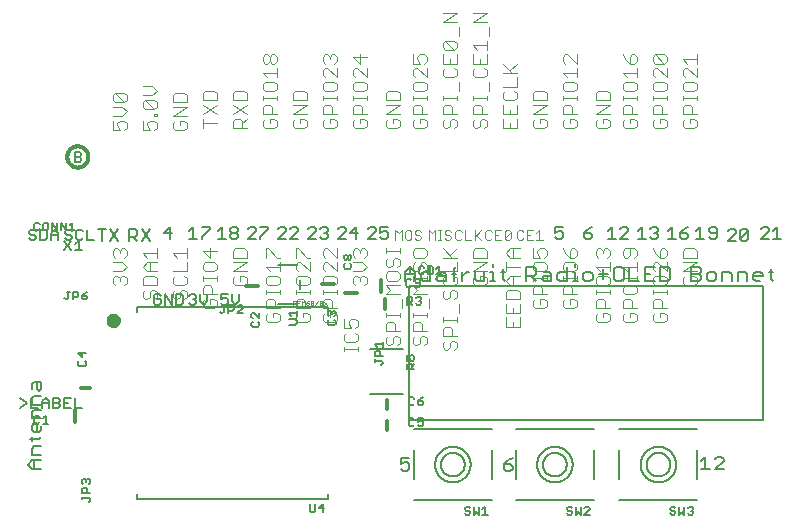
<source format=gbr>
G04 EAGLE Gerber RS-274X export*
G75*
%MOMM*%
%FSLAX34Y34*%
%LPD*%
%INSilkscreen Top*%
%IPPOS*%
%AMOC8*
5,1,8,0,0,1.08239X$1,22.5*%
G01*
%ADD10C,0.127000*%
%ADD11C,0.101600*%
%ADD12C,0.203200*%
%ADD13C,0.152400*%
%ADD14C,0.177800*%
%ADD15C,0.304800*%
%ADD16C,0.609600*%
%ADD17C,0.050800*%


D10*
X11584Y229030D02*
X10101Y230513D01*
X7135Y230513D01*
X5652Y229030D01*
X5652Y227547D01*
X7135Y226064D01*
X10101Y226064D01*
X11584Y224581D01*
X11584Y223098D01*
X10101Y221615D01*
X7135Y221615D01*
X5652Y223098D01*
X15007Y221615D02*
X15007Y230513D01*
X15007Y221615D02*
X19456Y221615D01*
X20939Y223098D01*
X20939Y229030D01*
X19456Y230513D01*
X15007Y230513D01*
X24363Y227547D02*
X24363Y221615D01*
X24363Y227547D02*
X27328Y230513D01*
X30294Y227547D01*
X30294Y221615D01*
X30294Y226064D02*
X24363Y226064D01*
X40581Y230513D02*
X42064Y229030D01*
X40581Y230513D02*
X37615Y230513D01*
X36132Y229030D01*
X36132Y227547D01*
X37615Y226064D01*
X40581Y226064D01*
X42064Y224581D01*
X42064Y223098D01*
X40581Y221615D01*
X37615Y221615D01*
X36132Y223098D01*
X49936Y230513D02*
X51419Y229030D01*
X49936Y230513D02*
X46970Y230513D01*
X45487Y229030D01*
X45487Y223098D01*
X46970Y221615D01*
X49936Y221615D01*
X51419Y223098D01*
X54843Y221615D02*
X54843Y230513D01*
X54843Y221615D02*
X60774Y221615D01*
X67160Y220980D02*
X67160Y231149D01*
X63770Y231149D02*
X70550Y231149D01*
X74295Y231149D02*
X81074Y220980D01*
X74295Y220980D02*
X81074Y231149D01*
X90440Y231149D02*
X90440Y220980D01*
X90440Y231149D02*
X95525Y231149D01*
X97220Y229454D01*
X97220Y226064D01*
X95525Y224370D01*
X90440Y224370D01*
X93830Y224370D02*
X97220Y220980D01*
X107744Y220980D02*
X100965Y231149D01*
X107744Y231149D02*
X100965Y220980D01*
X124917Y222250D02*
X124917Y232419D01*
X119833Y227334D01*
X126612Y227334D01*
X141240Y229029D02*
X144630Y232419D01*
X144630Y222250D01*
X141240Y222250D02*
X148020Y222250D01*
X151765Y232419D02*
X158544Y232419D01*
X158544Y230724D01*
X151765Y223945D01*
X151765Y222250D01*
X165370Y229029D02*
X168760Y232419D01*
X168760Y222250D01*
X165370Y222250D02*
X172150Y222250D01*
X175895Y230724D02*
X177590Y232419D01*
X180979Y232419D01*
X182674Y230724D01*
X182674Y229029D01*
X180979Y227334D01*
X182674Y225640D01*
X182674Y223945D01*
X180979Y222250D01*
X177590Y222250D01*
X175895Y223945D01*
X175895Y225640D01*
X177590Y227334D01*
X175895Y229029D01*
X175895Y230724D01*
X177590Y227334D02*
X180979Y227334D01*
X190770Y222250D02*
X197550Y222250D01*
X197550Y229029D02*
X190770Y222250D01*
X197550Y229029D02*
X197550Y230724D01*
X195855Y232419D01*
X192465Y232419D01*
X190770Y230724D01*
X201295Y232419D02*
X208074Y232419D01*
X208074Y230724D01*
X201295Y223945D01*
X201295Y222250D01*
X216170Y222250D02*
X222950Y222250D01*
X222950Y229029D02*
X216170Y222250D01*
X222950Y229029D02*
X222950Y230724D01*
X221255Y232419D01*
X217865Y232419D01*
X216170Y230724D01*
X226695Y222250D02*
X233474Y222250D01*
X226695Y222250D02*
X233474Y229029D01*
X233474Y230724D01*
X231779Y232419D01*
X228390Y232419D01*
X226695Y230724D01*
X241570Y222250D02*
X248350Y222250D01*
X248350Y229029D02*
X241570Y222250D01*
X248350Y229029D02*
X248350Y230724D01*
X246655Y232419D01*
X243265Y232419D01*
X241570Y230724D01*
X252095Y230724D02*
X253790Y232419D01*
X257179Y232419D01*
X258874Y230724D01*
X258874Y229029D01*
X257179Y227334D01*
X255485Y227334D01*
X257179Y227334D02*
X258874Y225640D01*
X258874Y223945D01*
X257179Y222250D01*
X253790Y222250D01*
X252095Y223945D01*
X266970Y222250D02*
X273750Y222250D01*
X273750Y229029D02*
X266970Y222250D01*
X273750Y229029D02*
X273750Y230724D01*
X272055Y232419D01*
X268665Y232419D01*
X266970Y230724D01*
X282579Y232419D02*
X282579Y222250D01*
X277495Y227334D02*
X282579Y232419D01*
X284274Y227334D02*
X277495Y227334D01*
X292370Y222250D02*
X299150Y222250D01*
X299150Y229029D02*
X292370Y222250D01*
X299150Y229029D02*
X299150Y230724D01*
X297455Y232419D01*
X294065Y232419D01*
X292370Y230724D01*
X302895Y232419D02*
X309674Y232419D01*
X302895Y232419D02*
X302895Y227334D01*
X306285Y229029D01*
X307979Y229029D01*
X309674Y227334D01*
X309674Y223945D01*
X307979Y222250D01*
X304590Y222250D01*
X302895Y223945D01*
D11*
X315889Y222123D02*
X315889Y230004D01*
X318516Y227377D01*
X321143Y230004D01*
X321143Y222123D01*
X325389Y230004D02*
X328015Y230004D01*
X325389Y230004D02*
X324075Y228690D01*
X324075Y223436D01*
X325389Y222123D01*
X328015Y222123D01*
X329329Y223436D01*
X329329Y228690D01*
X328015Y230004D01*
X336201Y230004D02*
X337515Y228690D01*
X336201Y230004D02*
X333574Y230004D01*
X332261Y228690D01*
X332261Y227377D01*
X333574Y226063D01*
X336201Y226063D01*
X337515Y224750D01*
X337515Y223436D01*
X336201Y222123D01*
X333574Y222123D01*
X332261Y223436D01*
X343924Y222123D02*
X343924Y230004D01*
X346551Y227377D01*
X349177Y230004D01*
X349177Y222123D01*
X352109Y222123D02*
X354736Y222123D01*
X353423Y222123D02*
X353423Y230004D01*
X354736Y230004D02*
X352109Y230004D01*
X361507Y230004D02*
X362820Y228690D01*
X361507Y230004D02*
X358880Y230004D01*
X357567Y228690D01*
X357567Y227377D01*
X358880Y226063D01*
X361507Y226063D01*
X362820Y224750D01*
X362820Y223436D01*
X361507Y222123D01*
X358880Y222123D01*
X357567Y223436D01*
X370630Y230004D02*
X371943Y228690D01*
X370630Y230004D02*
X368003Y230004D01*
X366689Y228690D01*
X366689Y223436D01*
X368003Y222123D01*
X370630Y222123D01*
X371943Y223436D01*
X374875Y222123D02*
X374875Y230004D01*
X374875Y222123D02*
X380129Y222123D01*
X383061Y222123D02*
X383061Y230004D01*
X383061Y224750D02*
X388315Y230004D01*
X384374Y226063D02*
X388315Y222123D01*
X396030Y230004D02*
X397343Y228690D01*
X396030Y230004D02*
X393403Y230004D01*
X392089Y228690D01*
X392089Y223436D01*
X393403Y222123D01*
X396030Y222123D01*
X397343Y223436D01*
X400275Y230004D02*
X405529Y230004D01*
X400275Y230004D02*
X400275Y222123D01*
X405529Y222123D01*
X402902Y226063D02*
X400275Y226063D01*
X408461Y223436D02*
X408461Y228690D01*
X409774Y230004D01*
X412401Y230004D01*
X413715Y228690D01*
X413715Y223436D01*
X412401Y222123D01*
X409774Y222123D01*
X408461Y223436D01*
X413715Y228690D01*
X422700Y230004D02*
X424013Y228690D01*
X422700Y230004D02*
X420073Y230004D01*
X418759Y228690D01*
X418759Y223436D01*
X420073Y222123D01*
X422700Y222123D01*
X424013Y223436D01*
X426945Y230004D02*
X432199Y230004D01*
X426945Y230004D02*
X426945Y222123D01*
X432199Y222123D01*
X429572Y226063D02*
X426945Y226063D01*
X435131Y227377D02*
X437758Y230004D01*
X437758Y222123D01*
X435131Y222123D02*
X440385Y222123D01*
D10*
X451303Y232419D02*
X458082Y232419D01*
X451303Y232419D02*
X451303Y227334D01*
X454692Y229029D01*
X456387Y229029D01*
X458082Y227334D01*
X458082Y223945D01*
X456387Y222250D01*
X452997Y222250D01*
X451303Y223945D01*
X478822Y230724D02*
X482212Y232419D01*
X478822Y230724D02*
X475433Y227334D01*
X475433Y223945D01*
X477127Y222250D01*
X480517Y222250D01*
X482212Y223945D01*
X482212Y225640D01*
X480517Y227334D01*
X475433Y227334D01*
X495570Y229029D02*
X498960Y232419D01*
X498960Y222250D01*
X495570Y222250D02*
X502350Y222250D01*
X506095Y222250D02*
X512874Y222250D01*
X506095Y222250D02*
X512874Y229029D01*
X512874Y230724D01*
X511179Y232419D01*
X507790Y232419D01*
X506095Y230724D01*
X520970Y229029D02*
X524360Y232419D01*
X524360Y222250D01*
X520970Y222250D02*
X527750Y222250D01*
X531495Y230724D02*
X533190Y232419D01*
X536579Y232419D01*
X538274Y230724D01*
X538274Y229029D01*
X536579Y227334D01*
X534885Y227334D01*
X536579Y227334D02*
X538274Y225640D01*
X538274Y223945D01*
X536579Y222250D01*
X533190Y222250D01*
X531495Y223945D01*
X546370Y229029D02*
X549760Y232419D01*
X549760Y222250D01*
X546370Y222250D02*
X553150Y222250D01*
X560285Y230724D02*
X563674Y232419D01*
X560285Y230724D02*
X556895Y227334D01*
X556895Y223945D01*
X558590Y222250D01*
X561979Y222250D01*
X563674Y223945D01*
X563674Y225640D01*
X561979Y227334D01*
X556895Y227334D01*
X570500Y229029D02*
X573890Y232419D01*
X573890Y222250D01*
X570500Y222250D02*
X577280Y222250D01*
X581025Y223945D02*
X582720Y222250D01*
X586109Y222250D01*
X587804Y223945D01*
X587804Y230724D01*
X586109Y232419D01*
X582720Y232419D01*
X581025Y230724D01*
X581025Y229029D01*
X582720Y227334D01*
X587804Y227334D01*
X597170Y220980D02*
X603950Y220980D01*
X603950Y227759D02*
X597170Y220980D01*
X603950Y227759D02*
X603950Y229454D01*
X602255Y231149D01*
X598865Y231149D01*
X597170Y229454D01*
X607695Y229454D02*
X607695Y222675D01*
X607695Y229454D02*
X609390Y231149D01*
X612779Y231149D01*
X614474Y229454D01*
X614474Y222675D01*
X612779Y220980D01*
X609390Y220980D01*
X607695Y222675D01*
X614474Y229454D01*
X625110Y222250D02*
X631890Y222250D01*
X631890Y229029D02*
X625110Y222250D01*
X631890Y229029D02*
X631890Y230724D01*
X630195Y232419D01*
X626805Y232419D01*
X625110Y230724D01*
X635635Y229029D02*
X639025Y232419D01*
X639025Y222250D01*
X642414Y222250D02*
X635635Y222250D01*
X173742Y175903D02*
X167810Y175903D01*
X167810Y171454D01*
X170776Y172937D01*
X172259Y172937D01*
X173742Y171454D01*
X173742Y168488D01*
X172259Y167005D01*
X169293Y167005D01*
X167810Y168488D01*
X177165Y169971D02*
X177165Y175903D01*
X177165Y169971D02*
X180131Y167005D01*
X183097Y169971D01*
X183097Y175903D01*
X116994Y174420D02*
X115511Y175903D01*
X112545Y175903D01*
X111062Y174420D01*
X111062Y168488D01*
X112545Y167005D01*
X115511Y167005D01*
X116994Y168488D01*
X116994Y171454D01*
X114028Y171454D01*
X120417Y167005D02*
X120417Y175903D01*
X126349Y167005D01*
X126349Y175903D01*
X129773Y175903D02*
X129773Y167005D01*
X134221Y167005D01*
X135704Y168488D01*
X135704Y174420D01*
X134221Y175903D01*
X129773Y175903D01*
X141140Y174420D02*
X142623Y175903D01*
X145589Y175903D01*
X147072Y174420D01*
X147072Y172937D01*
X145589Y171454D01*
X144106Y171454D01*
X145589Y171454D02*
X147072Y169971D01*
X147072Y168488D01*
X145589Y167005D01*
X142623Y167005D01*
X141140Y168488D01*
X150495Y169971D02*
X150495Y175903D01*
X150495Y169971D02*
X153461Y167005D01*
X156427Y169971D01*
X156427Y175903D01*
D12*
X324087Y186944D02*
X324087Y195079D01*
X328155Y199146D01*
X332222Y195079D01*
X332222Y186944D01*
X332222Y193045D02*
X324087Y193045D01*
X345319Y199146D02*
X345319Y186944D01*
X339218Y186944D01*
X337185Y188978D01*
X337185Y193045D01*
X339218Y195079D01*
X345319Y195079D01*
X352316Y195079D02*
X356383Y195079D01*
X358417Y193045D01*
X358417Y186944D01*
X352316Y186944D01*
X350282Y188978D01*
X352316Y191011D01*
X358417Y191011D01*
X365413Y186944D02*
X365413Y197113D01*
X367447Y199146D01*
X367447Y193045D02*
X363379Y193045D01*
X372111Y195079D02*
X372111Y186944D01*
X372111Y191011D02*
X376178Y195079D01*
X378212Y195079D01*
X383025Y195079D02*
X383025Y188978D01*
X385059Y186944D01*
X391160Y186944D01*
X391160Y195079D01*
X396122Y195079D02*
X398156Y195079D01*
X398156Y186944D01*
X396122Y186944D02*
X400190Y186944D01*
X398156Y199146D02*
X398156Y201180D01*
X406887Y197113D02*
X406887Y188978D01*
X408921Y186944D01*
X408921Y195079D02*
X404854Y195079D01*
X426682Y199146D02*
X426682Y186944D01*
X426682Y199146D02*
X432784Y199146D01*
X434817Y197113D01*
X434817Y193045D01*
X432784Y191011D01*
X426682Y191011D01*
X430750Y191011D02*
X434817Y186944D01*
X441813Y195079D02*
X445881Y195079D01*
X447915Y193045D01*
X447915Y186944D01*
X441813Y186944D01*
X439780Y188978D01*
X441813Y191011D01*
X447915Y191011D01*
X461012Y186944D02*
X461012Y199146D01*
X461012Y186944D02*
X454911Y186944D01*
X452877Y188978D01*
X452877Y193045D01*
X454911Y195079D01*
X461012Y195079D01*
X465974Y195079D02*
X468008Y195079D01*
X468008Y186944D01*
X465974Y186944D02*
X470042Y186944D01*
X468008Y199146D02*
X468008Y201180D01*
X476739Y186944D02*
X480807Y186944D01*
X482841Y188978D01*
X482841Y193045D01*
X480807Y195079D01*
X476739Y195079D01*
X474706Y193045D01*
X474706Y188978D01*
X476739Y186944D01*
X487803Y193045D02*
X495938Y193045D01*
X491870Y188978D02*
X491870Y197113D01*
X502934Y199146D02*
X507001Y199146D01*
X502934Y199146D02*
X500900Y197113D01*
X500900Y188978D01*
X502934Y186944D01*
X507001Y186944D01*
X509035Y188978D01*
X509035Y197113D01*
X507001Y199146D01*
X513997Y199146D02*
X513997Y186944D01*
X522132Y186944D01*
X527095Y199146D02*
X535230Y199146D01*
X527095Y199146D02*
X527095Y186944D01*
X535230Y186944D01*
X531162Y193045D02*
X527095Y193045D01*
X540192Y199146D02*
X540192Y186944D01*
X546293Y186944D01*
X548327Y188978D01*
X548327Y197113D01*
X546293Y199146D01*
X540192Y199146D01*
X566386Y199146D02*
X566386Y186944D01*
X566386Y199146D02*
X572488Y199146D01*
X574521Y197113D01*
X574521Y195079D01*
X572488Y193045D01*
X574521Y191011D01*
X574521Y188978D01*
X572488Y186944D01*
X566386Y186944D01*
X566386Y193045D02*
X572488Y193045D01*
X581517Y186944D02*
X585585Y186944D01*
X587619Y188978D01*
X587619Y193045D01*
X585585Y195079D01*
X581517Y195079D01*
X579484Y193045D01*
X579484Y188978D01*
X581517Y186944D01*
X592581Y186944D02*
X592581Y195079D01*
X598682Y195079D01*
X600716Y193045D01*
X600716Y186944D01*
X605678Y186944D02*
X605678Y195079D01*
X611779Y195079D01*
X613813Y193045D01*
X613813Y186944D01*
X620809Y186944D02*
X624877Y186944D01*
X620809Y186944D02*
X618775Y188978D01*
X618775Y193045D01*
X620809Y195079D01*
X624877Y195079D01*
X626910Y193045D01*
X626910Y191011D01*
X618775Y191011D01*
X633906Y188978D02*
X633906Y197113D01*
X633906Y188978D02*
X635940Y186944D01*
X635940Y195079D02*
X631873Y195079D01*
D13*
X15748Y27822D02*
X8291Y27822D01*
X4562Y31551D01*
X8291Y35279D01*
X15748Y35279D01*
X10155Y35279D02*
X10155Y27822D01*
X8291Y39516D02*
X15748Y39516D01*
X8291Y39516D02*
X8291Y45109D01*
X10155Y46973D01*
X15748Y46973D01*
X13884Y53074D02*
X6427Y53074D01*
X13884Y53074D02*
X15748Y54938D01*
X8291Y54938D02*
X8291Y51210D01*
X15748Y60870D02*
X15748Y64599D01*
X15748Y60870D02*
X13884Y59006D01*
X10155Y59006D01*
X8291Y60870D01*
X8291Y64599D01*
X10155Y66463D01*
X12020Y66463D01*
X12020Y59006D01*
X15748Y70700D02*
X8291Y70700D01*
X8291Y76293D01*
X10155Y78157D01*
X15748Y78157D01*
X15748Y82394D02*
X8291Y82394D01*
X8291Y87987D01*
X10155Y89851D01*
X15748Y89851D01*
X8291Y95952D02*
X8291Y99681D01*
X10155Y101545D01*
X15748Y101545D01*
X15748Y95952D01*
X13884Y94088D01*
X12020Y95952D01*
X12020Y101545D01*
D14*
X320162Y37220D02*
X327450Y37220D01*
X320162Y37220D02*
X320162Y31755D01*
X323806Y33577D01*
X325628Y33577D01*
X327450Y31755D01*
X327450Y28111D01*
X325628Y26289D01*
X321984Y26289D01*
X320162Y28111D01*
X411436Y35398D02*
X415080Y37220D01*
X411436Y35398D02*
X407792Y31755D01*
X407792Y28111D01*
X409614Y26289D01*
X413258Y26289D01*
X415080Y28111D01*
X415080Y29933D01*
X413258Y31755D01*
X407792Y31755D01*
X574665Y34847D02*
X578309Y38490D01*
X578309Y27559D01*
X574665Y27559D02*
X581953Y27559D01*
X586359Y27559D02*
X593647Y27559D01*
X586359Y27559D02*
X593647Y34847D01*
X593647Y36668D01*
X591825Y38490D01*
X588181Y38490D01*
X586359Y36668D01*
D11*
X76574Y315092D02*
X76574Y322888D01*
X76574Y315092D02*
X82421Y315092D01*
X80472Y318990D01*
X80472Y320939D01*
X82421Y322888D01*
X86319Y322888D01*
X88268Y320939D01*
X88268Y317041D01*
X86319Y315092D01*
X84370Y326786D02*
X76574Y326786D01*
X84370Y326786D02*
X88268Y330684D01*
X84370Y334582D01*
X76574Y334582D01*
X78523Y338480D02*
X86319Y338480D01*
X78523Y338480D02*
X76574Y340429D01*
X76574Y344327D01*
X78523Y346276D01*
X86319Y346276D01*
X88268Y344327D01*
X88268Y340429D01*
X86319Y338480D01*
X78523Y346276D01*
X101974Y322888D02*
X101974Y315092D01*
X107821Y315092D01*
X105872Y318990D01*
X105872Y320939D01*
X107821Y322888D01*
X111719Y322888D01*
X113668Y320939D01*
X113668Y317041D01*
X111719Y315092D01*
X111719Y326786D02*
X113668Y326786D01*
X111719Y326786D02*
X111719Y328735D01*
X113668Y328735D01*
X113668Y326786D01*
X111719Y332633D02*
X103923Y332633D01*
X101974Y334582D01*
X101974Y338480D01*
X103923Y340429D01*
X111719Y340429D01*
X113668Y338480D01*
X113668Y334582D01*
X111719Y332633D01*
X103923Y340429D01*
X101974Y344327D02*
X109770Y344327D01*
X113668Y348225D01*
X109770Y352123D01*
X101974Y352123D01*
X129323Y322888D02*
X127374Y320939D01*
X127374Y317041D01*
X129323Y315092D01*
X137119Y315092D01*
X139068Y317041D01*
X139068Y320939D01*
X137119Y322888D01*
X133221Y322888D01*
X133221Y318990D01*
X139068Y326786D02*
X127374Y326786D01*
X139068Y334582D01*
X127374Y334582D01*
X127374Y338480D02*
X139068Y338480D01*
X139068Y344327D01*
X137119Y346276D01*
X129323Y346276D01*
X127374Y344327D01*
X127374Y338480D01*
X152774Y320514D02*
X164468Y320514D01*
X152774Y316616D02*
X152774Y324412D01*
X152774Y328310D02*
X164468Y336106D01*
X164468Y328310D02*
X152774Y336106D01*
X152774Y340004D02*
X164468Y340004D01*
X164468Y345851D01*
X162519Y347800D01*
X154723Y347800D01*
X152774Y345851D01*
X152774Y340004D01*
X178174Y316616D02*
X189868Y316616D01*
X178174Y316616D02*
X178174Y322463D01*
X180123Y324412D01*
X184021Y324412D01*
X185970Y322463D01*
X185970Y316616D01*
X185970Y320514D02*
X189868Y324412D01*
X189868Y336106D02*
X178174Y328310D01*
X178174Y336106D02*
X189868Y328310D01*
X189868Y340004D02*
X178174Y340004D01*
X189868Y340004D02*
X189868Y345851D01*
X187919Y347800D01*
X180123Y347800D01*
X178174Y345851D01*
X178174Y340004D01*
X203574Y322463D02*
X205523Y324412D01*
X203574Y322463D02*
X203574Y318565D01*
X205523Y316616D01*
X213319Y316616D01*
X215268Y318565D01*
X215268Y322463D01*
X213319Y324412D01*
X209421Y324412D01*
X209421Y320514D01*
X215268Y328310D02*
X203574Y328310D01*
X203574Y334157D01*
X205523Y336106D01*
X209421Y336106D01*
X211370Y334157D01*
X211370Y328310D01*
X215268Y340004D02*
X215268Y343902D01*
X215268Y341953D02*
X203574Y341953D01*
X203574Y340004D02*
X203574Y343902D01*
X203574Y349749D02*
X203574Y353647D01*
X203574Y349749D02*
X205523Y347800D01*
X213319Y347800D01*
X215268Y349749D01*
X215268Y353647D01*
X213319Y355596D01*
X205523Y355596D01*
X203574Y353647D01*
X207472Y359494D02*
X203574Y363392D01*
X215268Y363392D01*
X215268Y359494D02*
X215268Y367290D01*
X205523Y371188D02*
X203574Y373137D01*
X203574Y377035D01*
X205523Y378984D01*
X207472Y378984D01*
X209421Y377035D01*
X211370Y378984D01*
X213319Y378984D01*
X215268Y377035D01*
X215268Y373137D01*
X213319Y371188D01*
X211370Y371188D01*
X209421Y373137D01*
X207472Y371188D01*
X205523Y371188D01*
X209421Y373137D02*
X209421Y377035D01*
X230923Y324412D02*
X228974Y322463D01*
X228974Y318565D01*
X230923Y316616D01*
X238719Y316616D01*
X240668Y318565D01*
X240668Y322463D01*
X238719Y324412D01*
X234821Y324412D01*
X234821Y320514D01*
X240668Y328310D02*
X228974Y328310D01*
X240668Y336106D01*
X228974Y336106D01*
X228974Y340004D02*
X240668Y340004D01*
X240668Y345851D01*
X238719Y347800D01*
X230923Y347800D01*
X228974Y345851D01*
X228974Y340004D01*
X254374Y322463D02*
X256323Y324412D01*
X254374Y322463D02*
X254374Y318565D01*
X256323Y316616D01*
X264119Y316616D01*
X266068Y318565D01*
X266068Y322463D01*
X264119Y324412D01*
X260221Y324412D01*
X260221Y320514D01*
X266068Y328310D02*
X254374Y328310D01*
X254374Y334157D01*
X256323Y336106D01*
X260221Y336106D01*
X262170Y334157D01*
X262170Y328310D01*
X266068Y340004D02*
X266068Y343902D01*
X266068Y341953D02*
X254374Y341953D01*
X254374Y340004D02*
X254374Y343902D01*
X254374Y349749D02*
X254374Y353647D01*
X254374Y349749D02*
X256323Y347800D01*
X264119Y347800D01*
X266068Y349749D01*
X266068Y353647D01*
X264119Y355596D01*
X256323Y355596D01*
X254374Y353647D01*
X266068Y359494D02*
X266068Y367290D01*
X266068Y359494D02*
X258272Y367290D01*
X256323Y367290D01*
X254374Y365341D01*
X254374Y361443D01*
X256323Y359494D01*
X256323Y371188D02*
X254374Y373137D01*
X254374Y377035D01*
X256323Y378984D01*
X258272Y378984D01*
X260221Y377035D01*
X260221Y375086D01*
X260221Y377035D02*
X262170Y378984D01*
X264119Y378984D01*
X266068Y377035D01*
X266068Y373137D01*
X264119Y371188D01*
X281723Y324412D02*
X279774Y322463D01*
X279774Y318565D01*
X281723Y316616D01*
X289519Y316616D01*
X291468Y318565D01*
X291468Y322463D01*
X289519Y324412D01*
X285621Y324412D01*
X285621Y320514D01*
X291468Y328310D02*
X279774Y328310D01*
X279774Y334157D01*
X281723Y336106D01*
X285621Y336106D01*
X287570Y334157D01*
X287570Y328310D01*
X291468Y340004D02*
X291468Y343902D01*
X291468Y341953D02*
X279774Y341953D01*
X279774Y340004D02*
X279774Y343902D01*
X279774Y349749D02*
X279774Y353647D01*
X279774Y349749D02*
X281723Y347800D01*
X289519Y347800D01*
X291468Y349749D01*
X291468Y353647D01*
X289519Y355596D01*
X281723Y355596D01*
X279774Y353647D01*
X291468Y359494D02*
X291468Y367290D01*
X291468Y359494D02*
X283672Y367290D01*
X281723Y367290D01*
X279774Y365341D01*
X279774Y361443D01*
X281723Y359494D01*
X279774Y377035D02*
X291468Y377035D01*
X285621Y371188D02*
X279774Y377035D01*
X285621Y378984D02*
X285621Y371188D01*
X309663Y324412D02*
X307714Y322463D01*
X307714Y318565D01*
X309663Y316616D01*
X317459Y316616D01*
X319408Y318565D01*
X319408Y322463D01*
X317459Y324412D01*
X313561Y324412D01*
X313561Y320514D01*
X319408Y328310D02*
X307714Y328310D01*
X319408Y336106D01*
X307714Y336106D01*
X307714Y340004D02*
X319408Y340004D01*
X319408Y345851D01*
X317459Y347800D01*
X309663Y347800D01*
X307714Y345851D01*
X307714Y340004D01*
X330574Y322463D02*
X332523Y324412D01*
X330574Y322463D02*
X330574Y318565D01*
X332523Y316616D01*
X340319Y316616D01*
X342268Y318565D01*
X342268Y322463D01*
X340319Y324412D01*
X336421Y324412D01*
X336421Y320514D01*
X342268Y328310D02*
X330574Y328310D01*
X330574Y334157D01*
X332523Y336106D01*
X336421Y336106D01*
X338370Y334157D01*
X338370Y328310D01*
X342268Y340004D02*
X342268Y343902D01*
X342268Y341953D02*
X330574Y341953D01*
X330574Y340004D02*
X330574Y343902D01*
X330574Y349749D02*
X330574Y353647D01*
X330574Y349749D02*
X332523Y347800D01*
X340319Y347800D01*
X342268Y349749D01*
X342268Y353647D01*
X340319Y355596D01*
X332523Y355596D01*
X330574Y353647D01*
X342268Y359494D02*
X342268Y367290D01*
X342268Y359494D02*
X334472Y367290D01*
X332523Y367290D01*
X330574Y365341D01*
X330574Y361443D01*
X332523Y359494D01*
X330574Y371188D02*
X330574Y378984D01*
X330574Y371188D02*
X336421Y371188D01*
X334472Y375086D01*
X334472Y377035D01*
X336421Y378984D01*
X340319Y378984D01*
X342268Y377035D01*
X342268Y373137D01*
X340319Y371188D01*
X357923Y324412D02*
X355974Y322463D01*
X355974Y318565D01*
X357923Y316616D01*
X359872Y316616D01*
X361821Y318565D01*
X361821Y322463D01*
X363770Y324412D01*
X365719Y324412D01*
X367668Y322463D01*
X367668Y318565D01*
X365719Y316616D01*
X367668Y328310D02*
X355974Y328310D01*
X355974Y334157D01*
X357923Y336106D01*
X361821Y336106D01*
X363770Y334157D01*
X363770Y328310D01*
X367668Y340004D02*
X367668Y343902D01*
X367668Y341953D02*
X355974Y341953D01*
X355974Y340004D02*
X355974Y343902D01*
X369617Y347800D02*
X369617Y355596D01*
X357923Y367290D02*
X355974Y365341D01*
X355974Y361443D01*
X357923Y359494D01*
X365719Y359494D01*
X367668Y361443D01*
X367668Y365341D01*
X365719Y367290D01*
X355974Y371188D02*
X355974Y378984D01*
X355974Y371188D02*
X367668Y371188D01*
X367668Y378984D01*
X361821Y375086D02*
X361821Y371188D01*
X365719Y382882D02*
X357923Y382882D01*
X355974Y384831D01*
X355974Y388729D01*
X357923Y390678D01*
X365719Y390678D01*
X367668Y388729D01*
X367668Y384831D01*
X365719Y382882D01*
X357923Y390678D01*
X369617Y394576D02*
X369617Y402372D01*
X367668Y406270D02*
X355974Y406270D01*
X367668Y414066D01*
X355974Y414066D01*
X383323Y324412D02*
X381374Y322463D01*
X381374Y318565D01*
X383323Y316616D01*
X385272Y316616D01*
X387221Y318565D01*
X387221Y322463D01*
X389170Y324412D01*
X391119Y324412D01*
X393068Y322463D01*
X393068Y318565D01*
X391119Y316616D01*
X393068Y328310D02*
X381374Y328310D01*
X381374Y334157D01*
X383323Y336106D01*
X387221Y336106D01*
X389170Y334157D01*
X389170Y328310D01*
X393068Y340004D02*
X393068Y343902D01*
X393068Y341953D02*
X381374Y341953D01*
X381374Y340004D02*
X381374Y343902D01*
X395017Y347800D02*
X395017Y355596D01*
X383323Y367290D02*
X381374Y365341D01*
X381374Y361443D01*
X383323Y359494D01*
X391119Y359494D01*
X393068Y361443D01*
X393068Y365341D01*
X391119Y367290D01*
X381374Y371188D02*
X381374Y378984D01*
X381374Y371188D02*
X393068Y371188D01*
X393068Y378984D01*
X387221Y375086D02*
X387221Y371188D01*
X385272Y382882D02*
X381374Y386780D01*
X393068Y386780D01*
X393068Y382882D02*
X393068Y390678D01*
X395017Y394576D02*
X395017Y402372D01*
X393068Y406270D02*
X381374Y406270D01*
X393068Y414066D01*
X381374Y414066D01*
X78523Y183490D02*
X76574Y185439D01*
X76574Y189337D01*
X78523Y191286D01*
X80472Y191286D01*
X82421Y189337D01*
X82421Y187388D01*
X82421Y189337D02*
X84370Y191286D01*
X86319Y191286D01*
X88268Y189337D01*
X88268Y185439D01*
X86319Y183490D01*
X84370Y195184D02*
X76574Y195184D01*
X84370Y195184D02*
X88268Y199082D01*
X84370Y202980D01*
X76574Y202980D01*
X78523Y206878D02*
X76574Y208827D01*
X76574Y212725D01*
X78523Y214674D01*
X80472Y214674D01*
X82421Y212725D01*
X82421Y210776D01*
X82421Y212725D02*
X84370Y214674D01*
X86319Y214674D01*
X88268Y212725D01*
X88268Y208827D01*
X86319Y206878D01*
X103923Y179592D02*
X101974Y177643D01*
X101974Y173745D01*
X103923Y171796D01*
X105872Y171796D01*
X107821Y173745D01*
X107821Y177643D01*
X109770Y179592D01*
X111719Y179592D01*
X113668Y177643D01*
X113668Y173745D01*
X111719Y171796D01*
X113668Y183490D02*
X101974Y183490D01*
X113668Y183490D02*
X113668Y189337D01*
X111719Y191286D01*
X103923Y191286D01*
X101974Y189337D01*
X101974Y183490D01*
X105872Y195184D02*
X113668Y195184D01*
X105872Y195184D02*
X101974Y199082D01*
X105872Y202980D01*
X113668Y202980D01*
X107821Y202980D02*
X107821Y195184D01*
X105872Y206878D02*
X101974Y210776D01*
X113668Y210776D01*
X113668Y206878D02*
X113668Y214674D01*
X129323Y179592D02*
X127374Y177643D01*
X127374Y173745D01*
X129323Y171796D01*
X131272Y171796D01*
X133221Y173745D01*
X133221Y177643D01*
X135170Y179592D01*
X137119Y179592D01*
X139068Y177643D01*
X139068Y173745D01*
X137119Y171796D01*
X127374Y189337D02*
X129323Y191286D01*
X127374Y189337D02*
X127374Y185439D01*
X129323Y183490D01*
X137119Y183490D01*
X139068Y185439D01*
X139068Y189337D01*
X137119Y191286D01*
X139068Y195184D02*
X127374Y195184D01*
X139068Y195184D02*
X139068Y202980D01*
X131272Y206878D02*
X127374Y210776D01*
X139068Y210776D01*
X139068Y206878D02*
X139068Y214674D01*
X154723Y171796D02*
X152774Y169847D01*
X152774Y165949D01*
X154723Y164000D01*
X162519Y164000D01*
X164468Y165949D01*
X164468Y169847D01*
X162519Y171796D01*
X158621Y171796D01*
X158621Y167898D01*
X164468Y175694D02*
X152774Y175694D01*
X152774Y181541D01*
X154723Y183490D01*
X158621Y183490D01*
X160570Y181541D01*
X160570Y175694D01*
X164468Y187388D02*
X164468Y191286D01*
X164468Y189337D02*
X152774Y189337D01*
X152774Y187388D02*
X152774Y191286D01*
X152774Y197133D02*
X152774Y201031D01*
X152774Y197133D02*
X154723Y195184D01*
X162519Y195184D01*
X164468Y197133D01*
X164468Y201031D01*
X162519Y202980D01*
X154723Y202980D01*
X152774Y201031D01*
X152774Y212725D02*
X164468Y212725D01*
X158621Y206878D02*
X152774Y212725D01*
X158621Y214674D02*
X158621Y206878D01*
X178174Y189337D02*
X180123Y191286D01*
X178174Y189337D02*
X178174Y185439D01*
X180123Y183490D01*
X187919Y183490D01*
X189868Y185439D01*
X189868Y189337D01*
X187919Y191286D01*
X184021Y191286D01*
X184021Y187388D01*
X189868Y195184D02*
X178174Y195184D01*
X189868Y202980D01*
X178174Y202980D01*
X178174Y206878D02*
X189868Y206878D01*
X189868Y212725D01*
X187919Y214674D01*
X180123Y214674D01*
X178174Y212725D01*
X178174Y206878D01*
X208063Y160102D02*
X206114Y158153D01*
X206114Y154255D01*
X208063Y152306D01*
X215859Y152306D01*
X217808Y154255D01*
X217808Y158153D01*
X215859Y160102D01*
X211961Y160102D01*
X211961Y156204D01*
X217808Y164000D02*
X206114Y164000D01*
X206114Y169847D01*
X208063Y171796D01*
X211961Y171796D01*
X213910Y169847D01*
X213910Y164000D01*
X217808Y175694D02*
X217808Y179592D01*
X217808Y177643D02*
X206114Y177643D01*
X206114Y175694D02*
X206114Y179592D01*
X206114Y185439D02*
X206114Y189337D01*
X206114Y185439D02*
X208063Y183490D01*
X215859Y183490D01*
X217808Y185439D01*
X217808Y189337D01*
X215859Y191286D01*
X208063Y191286D01*
X206114Y189337D01*
X210012Y195184D02*
X206114Y199082D01*
X217808Y199082D01*
X217808Y195184D02*
X217808Y202980D01*
X206114Y206878D02*
X206114Y214674D01*
X208063Y214674D01*
X215859Y206878D01*
X217808Y206878D01*
X233463Y160102D02*
X231514Y158153D01*
X231514Y154255D01*
X233463Y152306D01*
X241259Y152306D01*
X243208Y154255D01*
X243208Y158153D01*
X241259Y160102D01*
X237361Y160102D01*
X237361Y156204D01*
X243208Y164000D02*
X231514Y164000D01*
X231514Y169847D01*
X233463Y171796D01*
X237361Y171796D01*
X239310Y169847D01*
X239310Y164000D01*
X243208Y175694D02*
X243208Y179592D01*
X243208Y177643D02*
X231514Y177643D01*
X231514Y175694D02*
X231514Y179592D01*
X231514Y185439D02*
X231514Y189337D01*
X231514Y185439D02*
X233463Y183490D01*
X241259Y183490D01*
X243208Y185439D01*
X243208Y189337D01*
X241259Y191286D01*
X233463Y191286D01*
X231514Y189337D01*
X243208Y195184D02*
X243208Y202980D01*
X243208Y195184D02*
X235412Y202980D01*
X233463Y202980D01*
X231514Y201031D01*
X231514Y197133D01*
X233463Y195184D01*
X231514Y206878D02*
X231514Y214674D01*
X233463Y214674D01*
X241259Y206878D01*
X243208Y206878D01*
X256323Y160102D02*
X254374Y158153D01*
X254374Y154255D01*
X256323Y152306D01*
X264119Y152306D01*
X266068Y154255D01*
X266068Y158153D01*
X264119Y160102D01*
X260221Y160102D01*
X260221Y156204D01*
X266068Y164000D02*
X254374Y164000D01*
X254374Y169847D01*
X256323Y171796D01*
X260221Y171796D01*
X262170Y169847D01*
X262170Y164000D01*
X266068Y175694D02*
X266068Y179592D01*
X266068Y177643D02*
X254374Y177643D01*
X254374Y175694D02*
X254374Y179592D01*
X254374Y185439D02*
X254374Y189337D01*
X254374Y185439D02*
X256323Y183490D01*
X264119Y183490D01*
X266068Y185439D01*
X266068Y189337D01*
X264119Y191286D01*
X256323Y191286D01*
X254374Y189337D01*
X266068Y195184D02*
X266068Y202980D01*
X266068Y195184D02*
X258272Y202980D01*
X256323Y202980D01*
X254374Y201031D01*
X254374Y197133D01*
X256323Y195184D01*
X266068Y206878D02*
X266068Y214674D01*
X266068Y206878D02*
X258272Y214674D01*
X256323Y214674D01*
X254374Y212725D01*
X254374Y208827D01*
X256323Y206878D01*
X279774Y185439D02*
X281723Y183490D01*
X279774Y185439D02*
X279774Y189337D01*
X281723Y191286D01*
X283672Y191286D01*
X285621Y189337D01*
X285621Y187388D01*
X285621Y189337D02*
X287570Y191286D01*
X289519Y191286D01*
X291468Y189337D01*
X291468Y185439D01*
X289519Y183490D01*
X287570Y195184D02*
X279774Y195184D01*
X287570Y195184D02*
X291468Y199082D01*
X287570Y202980D01*
X279774Y202980D01*
X281723Y206878D02*
X279774Y208827D01*
X279774Y212725D01*
X281723Y214674D01*
X283672Y214674D01*
X285621Y212725D01*
X285621Y210776D01*
X285621Y212725D02*
X287570Y214674D01*
X289519Y214674D01*
X291468Y212725D01*
X291468Y208827D01*
X289519Y206878D01*
X309663Y140612D02*
X307714Y138663D01*
X307714Y134765D01*
X309663Y132816D01*
X311612Y132816D01*
X313561Y134765D01*
X313561Y138663D01*
X315510Y140612D01*
X317459Y140612D01*
X319408Y138663D01*
X319408Y134765D01*
X317459Y132816D01*
X319408Y144510D02*
X307714Y144510D01*
X307714Y150357D01*
X309663Y152306D01*
X313561Y152306D01*
X315510Y150357D01*
X315510Y144510D01*
X319408Y156204D02*
X319408Y160102D01*
X319408Y158153D02*
X307714Y158153D01*
X307714Y156204D02*
X307714Y160102D01*
X321357Y164000D02*
X321357Y171796D01*
X319408Y175694D02*
X307714Y175694D01*
X311612Y179592D01*
X307714Y183490D01*
X319408Y183490D01*
X307714Y189337D02*
X307714Y193235D01*
X307714Y189337D02*
X309663Y187388D01*
X317459Y187388D01*
X319408Y189337D01*
X319408Y193235D01*
X317459Y195184D01*
X309663Y195184D01*
X307714Y193235D01*
X307714Y204929D02*
X309663Y206878D01*
X307714Y204929D02*
X307714Y201031D01*
X309663Y199082D01*
X311612Y199082D01*
X313561Y201031D01*
X313561Y204929D01*
X315510Y206878D01*
X317459Y206878D01*
X319408Y204929D01*
X319408Y201031D01*
X317459Y199082D01*
X319408Y210776D02*
X319408Y214674D01*
X319408Y212725D02*
X307714Y212725D01*
X307714Y210776D02*
X307714Y214674D01*
X332523Y140612D02*
X330574Y138663D01*
X330574Y134765D01*
X332523Y132816D01*
X334472Y132816D01*
X336421Y134765D01*
X336421Y138663D01*
X338370Y140612D01*
X340319Y140612D01*
X342268Y138663D01*
X342268Y134765D01*
X340319Y132816D01*
X342268Y144510D02*
X330574Y144510D01*
X330574Y150357D01*
X332523Y152306D01*
X336421Y152306D01*
X338370Y150357D01*
X338370Y144510D01*
X342268Y156204D02*
X342268Y160102D01*
X342268Y158153D02*
X330574Y158153D01*
X330574Y156204D02*
X330574Y160102D01*
X344217Y164000D02*
X344217Y171796D01*
X342268Y175694D02*
X330574Y175694D01*
X334472Y179592D01*
X330574Y183490D01*
X342268Y183490D01*
X342268Y187388D02*
X342268Y191286D01*
X342268Y189337D02*
X330574Y189337D01*
X330574Y187388D02*
X330574Y191286D01*
X330574Y201031D02*
X332523Y202980D01*
X330574Y201031D02*
X330574Y197133D01*
X332523Y195184D01*
X334472Y195184D01*
X336421Y197133D01*
X336421Y201031D01*
X338370Y202980D01*
X340319Y202980D01*
X342268Y201031D01*
X342268Y197133D01*
X340319Y195184D01*
X330574Y208827D02*
X330574Y212725D01*
X330574Y208827D02*
X332523Y206878D01*
X340319Y206878D01*
X342268Y208827D01*
X342268Y212725D01*
X340319Y214674D01*
X332523Y214674D01*
X330574Y212725D01*
X357923Y136714D02*
X355974Y134765D01*
X355974Y130867D01*
X357923Y128918D01*
X359872Y128918D01*
X361821Y130867D01*
X361821Y134765D01*
X363770Y136714D01*
X365719Y136714D01*
X367668Y134765D01*
X367668Y130867D01*
X365719Y128918D01*
X367668Y140612D02*
X355974Y140612D01*
X355974Y146459D01*
X357923Y148408D01*
X361821Y148408D01*
X363770Y146459D01*
X363770Y140612D01*
X367668Y152306D02*
X367668Y156204D01*
X367668Y154255D02*
X355974Y154255D01*
X355974Y152306D02*
X355974Y156204D01*
X369617Y160102D02*
X369617Y167898D01*
X357923Y179592D02*
X355974Y177643D01*
X355974Y173745D01*
X357923Y171796D01*
X359872Y171796D01*
X361821Y173745D01*
X361821Y177643D01*
X363770Y179592D01*
X365719Y179592D01*
X367668Y177643D01*
X367668Y173745D01*
X365719Y171796D01*
X355974Y189337D02*
X357923Y191286D01*
X355974Y189337D02*
X355974Y185439D01*
X357923Y183490D01*
X365719Y183490D01*
X367668Y185439D01*
X367668Y189337D01*
X365719Y191286D01*
X367668Y195184D02*
X355974Y195184D01*
X367668Y195184D02*
X367668Y202980D01*
X367668Y206878D02*
X355974Y206878D01*
X363770Y206878D02*
X355974Y214674D01*
X361821Y208827D02*
X367668Y214674D01*
X383323Y191286D02*
X381374Y189337D01*
X381374Y185439D01*
X383323Y183490D01*
X391119Y183490D01*
X393068Y185439D01*
X393068Y189337D01*
X391119Y191286D01*
X387221Y191286D01*
X387221Y187388D01*
X393068Y195184D02*
X381374Y195184D01*
X393068Y202980D01*
X381374Y202980D01*
X381374Y206878D02*
X393068Y206878D01*
X393068Y212725D01*
X391119Y214674D01*
X383323Y214674D01*
X381374Y212725D01*
X381374Y206878D01*
X406774Y316616D02*
X406774Y324412D01*
X406774Y316616D02*
X418468Y316616D01*
X418468Y324412D01*
X412621Y320514D02*
X412621Y316616D01*
X406774Y328310D02*
X406774Y336106D01*
X406774Y328310D02*
X418468Y328310D01*
X418468Y336106D01*
X412621Y332208D02*
X412621Y328310D01*
X406774Y345851D02*
X408723Y347800D01*
X406774Y345851D02*
X406774Y341953D01*
X408723Y340004D01*
X416519Y340004D01*
X418468Y341953D01*
X418468Y345851D01*
X416519Y347800D01*
X418468Y351698D02*
X406774Y351698D01*
X418468Y351698D02*
X418468Y359494D01*
X418468Y363392D02*
X406774Y363392D01*
X414570Y363392D02*
X406774Y371188D01*
X412621Y365341D02*
X418468Y371188D01*
X434123Y324412D02*
X432174Y322463D01*
X432174Y318565D01*
X434123Y316616D01*
X441919Y316616D01*
X443868Y318565D01*
X443868Y322463D01*
X441919Y324412D01*
X438021Y324412D01*
X438021Y320514D01*
X443868Y328310D02*
X432174Y328310D01*
X443868Y336106D01*
X432174Y336106D01*
X432174Y340004D02*
X443868Y340004D01*
X443868Y345851D01*
X441919Y347800D01*
X434123Y347800D01*
X432174Y345851D01*
X432174Y340004D01*
X457574Y322463D02*
X459523Y324412D01*
X457574Y322463D02*
X457574Y318565D01*
X459523Y316616D01*
X467319Y316616D01*
X469268Y318565D01*
X469268Y322463D01*
X467319Y324412D01*
X463421Y324412D01*
X463421Y320514D01*
X469268Y328310D02*
X457574Y328310D01*
X457574Y334157D01*
X459523Y336106D01*
X463421Y336106D01*
X465370Y334157D01*
X465370Y328310D01*
X469268Y340004D02*
X469268Y343902D01*
X469268Y341953D02*
X457574Y341953D01*
X457574Y340004D02*
X457574Y343902D01*
X457574Y349749D02*
X457574Y353647D01*
X457574Y349749D02*
X459523Y347800D01*
X467319Y347800D01*
X469268Y349749D01*
X469268Y353647D01*
X467319Y355596D01*
X459523Y355596D01*
X457574Y353647D01*
X461472Y359494D02*
X457574Y363392D01*
X469268Y363392D01*
X469268Y359494D02*
X469268Y367290D01*
X469268Y371188D02*
X469268Y378984D01*
X469268Y371188D02*
X461472Y378984D01*
X459523Y378984D01*
X457574Y377035D01*
X457574Y373137D01*
X459523Y371188D01*
X487463Y324412D02*
X485514Y322463D01*
X485514Y318565D01*
X487463Y316616D01*
X495259Y316616D01*
X497208Y318565D01*
X497208Y322463D01*
X495259Y324412D01*
X491361Y324412D01*
X491361Y320514D01*
X497208Y328310D02*
X485514Y328310D01*
X497208Y336106D01*
X485514Y336106D01*
X485514Y340004D02*
X497208Y340004D01*
X497208Y345851D01*
X495259Y347800D01*
X487463Y347800D01*
X485514Y345851D01*
X485514Y340004D01*
X508374Y322463D02*
X510323Y324412D01*
X508374Y322463D02*
X508374Y318565D01*
X510323Y316616D01*
X518119Y316616D01*
X520068Y318565D01*
X520068Y322463D01*
X518119Y324412D01*
X514221Y324412D01*
X514221Y320514D01*
X520068Y328310D02*
X508374Y328310D01*
X508374Y334157D01*
X510323Y336106D01*
X514221Y336106D01*
X516170Y334157D01*
X516170Y328310D01*
X520068Y340004D02*
X520068Y343902D01*
X520068Y341953D02*
X508374Y341953D01*
X508374Y340004D02*
X508374Y343902D01*
X508374Y349749D02*
X508374Y353647D01*
X508374Y349749D02*
X510323Y347800D01*
X518119Y347800D01*
X520068Y349749D01*
X520068Y353647D01*
X518119Y355596D01*
X510323Y355596D01*
X508374Y353647D01*
X512272Y359494D02*
X508374Y363392D01*
X520068Y363392D01*
X520068Y359494D02*
X520068Y367290D01*
X510323Y375086D02*
X508374Y378984D01*
X510323Y375086D02*
X514221Y371188D01*
X518119Y371188D01*
X520068Y373137D01*
X520068Y377035D01*
X518119Y378984D01*
X516170Y378984D01*
X514221Y377035D01*
X514221Y371188D01*
X535723Y324412D02*
X533774Y322463D01*
X533774Y318565D01*
X535723Y316616D01*
X543519Y316616D01*
X545468Y318565D01*
X545468Y322463D01*
X543519Y324412D01*
X539621Y324412D01*
X539621Y320514D01*
X545468Y328310D02*
X533774Y328310D01*
X533774Y334157D01*
X535723Y336106D01*
X539621Y336106D01*
X541570Y334157D01*
X541570Y328310D01*
X545468Y340004D02*
X545468Y343902D01*
X545468Y341953D02*
X533774Y341953D01*
X533774Y340004D02*
X533774Y343902D01*
X533774Y349749D02*
X533774Y353647D01*
X533774Y349749D02*
X535723Y347800D01*
X543519Y347800D01*
X545468Y349749D01*
X545468Y353647D01*
X543519Y355596D01*
X535723Y355596D01*
X533774Y353647D01*
X545468Y359494D02*
X545468Y367290D01*
X545468Y359494D02*
X537672Y367290D01*
X535723Y367290D01*
X533774Y365341D01*
X533774Y361443D01*
X535723Y359494D01*
X535723Y371188D02*
X543519Y371188D01*
X535723Y371188D02*
X533774Y373137D01*
X533774Y377035D01*
X535723Y378984D01*
X543519Y378984D01*
X545468Y377035D01*
X545468Y373137D01*
X543519Y371188D01*
X535723Y378984D01*
X561123Y324412D02*
X559174Y322463D01*
X559174Y318565D01*
X561123Y316616D01*
X568919Y316616D01*
X570868Y318565D01*
X570868Y322463D01*
X568919Y324412D01*
X565021Y324412D01*
X565021Y320514D01*
X570868Y328310D02*
X559174Y328310D01*
X559174Y334157D01*
X561123Y336106D01*
X565021Y336106D01*
X566970Y334157D01*
X566970Y328310D01*
X570868Y340004D02*
X570868Y343902D01*
X570868Y341953D02*
X559174Y341953D01*
X559174Y340004D02*
X559174Y343902D01*
X559174Y349749D02*
X559174Y353647D01*
X559174Y349749D02*
X561123Y347800D01*
X568919Y347800D01*
X570868Y349749D01*
X570868Y353647D01*
X568919Y355596D01*
X561123Y355596D01*
X559174Y353647D01*
X570868Y359494D02*
X570868Y367290D01*
X570868Y359494D02*
X563072Y367290D01*
X561123Y367290D01*
X559174Y365341D01*
X559174Y361443D01*
X561123Y359494D01*
X563072Y371188D02*
X559174Y375086D01*
X570868Y375086D01*
X570868Y371188D02*
X570868Y378984D01*
X409314Y156204D02*
X409314Y148408D01*
X421008Y148408D01*
X421008Y156204D01*
X415161Y152306D02*
X415161Y148408D01*
X409314Y160102D02*
X409314Y167898D01*
X409314Y160102D02*
X421008Y160102D01*
X421008Y167898D01*
X415161Y164000D02*
X415161Y160102D01*
X409314Y171796D02*
X421008Y171796D01*
X421008Y177643D01*
X419059Y179592D01*
X411263Y179592D01*
X409314Y177643D01*
X409314Y171796D01*
X413212Y183490D02*
X421008Y183490D01*
X413212Y183490D02*
X409314Y187388D01*
X413212Y191286D01*
X421008Y191286D01*
X415161Y191286D02*
X415161Y183490D01*
X421008Y199082D02*
X409314Y199082D01*
X409314Y195184D02*
X409314Y202980D01*
X413212Y206878D02*
X421008Y206878D01*
X413212Y206878D02*
X409314Y210776D01*
X413212Y214674D01*
X421008Y214674D01*
X415161Y214674D02*
X415161Y206878D01*
X434123Y171796D02*
X432174Y169847D01*
X432174Y165949D01*
X434123Y164000D01*
X441919Y164000D01*
X443868Y165949D01*
X443868Y169847D01*
X441919Y171796D01*
X438021Y171796D01*
X438021Y167898D01*
X443868Y175694D02*
X432174Y175694D01*
X432174Y181541D01*
X434123Y183490D01*
X438021Y183490D01*
X439970Y181541D01*
X439970Y175694D01*
X443868Y187388D02*
X443868Y191286D01*
X443868Y189337D02*
X432174Y189337D01*
X432174Y187388D02*
X432174Y191286D01*
X432174Y197133D02*
X432174Y201031D01*
X432174Y197133D02*
X434123Y195184D01*
X441919Y195184D01*
X443868Y197133D01*
X443868Y201031D01*
X441919Y202980D01*
X434123Y202980D01*
X432174Y201031D01*
X432174Y206878D02*
X432174Y214674D01*
X432174Y206878D02*
X438021Y206878D01*
X436072Y210776D01*
X436072Y212725D01*
X438021Y214674D01*
X441919Y214674D01*
X443868Y212725D01*
X443868Y208827D01*
X441919Y206878D01*
X459523Y171796D02*
X457574Y169847D01*
X457574Y165949D01*
X459523Y164000D01*
X467319Y164000D01*
X469268Y165949D01*
X469268Y169847D01*
X467319Y171796D01*
X463421Y171796D01*
X463421Y167898D01*
X469268Y175694D02*
X457574Y175694D01*
X457574Y181541D01*
X459523Y183490D01*
X463421Y183490D01*
X465370Y181541D01*
X465370Y175694D01*
X469268Y187388D02*
X469268Y191286D01*
X469268Y189337D02*
X457574Y189337D01*
X457574Y187388D02*
X457574Y191286D01*
X457574Y197133D02*
X457574Y201031D01*
X457574Y197133D02*
X459523Y195184D01*
X467319Y195184D01*
X469268Y197133D01*
X469268Y201031D01*
X467319Y202980D01*
X459523Y202980D01*
X457574Y201031D01*
X459523Y210776D02*
X457574Y214674D01*
X459523Y210776D02*
X463421Y206878D01*
X467319Y206878D01*
X469268Y208827D01*
X469268Y212725D01*
X467319Y214674D01*
X465370Y214674D01*
X463421Y212725D01*
X463421Y206878D01*
X487463Y160102D02*
X485514Y158153D01*
X485514Y154255D01*
X487463Y152306D01*
X495259Y152306D01*
X497208Y154255D01*
X497208Y158153D01*
X495259Y160102D01*
X491361Y160102D01*
X491361Y156204D01*
X497208Y164000D02*
X485514Y164000D01*
X485514Y169847D01*
X487463Y171796D01*
X491361Y171796D01*
X493310Y169847D01*
X493310Y164000D01*
X497208Y175694D02*
X497208Y179592D01*
X497208Y177643D02*
X485514Y177643D01*
X485514Y175694D02*
X485514Y179592D01*
X485514Y185439D02*
X485514Y189337D01*
X485514Y185439D02*
X487463Y183490D01*
X495259Y183490D01*
X497208Y185439D01*
X497208Y189337D01*
X495259Y191286D01*
X487463Y191286D01*
X485514Y189337D01*
X489412Y195184D02*
X485514Y199082D01*
X497208Y199082D01*
X497208Y195184D02*
X497208Y202980D01*
X487463Y206878D02*
X485514Y208827D01*
X485514Y212725D01*
X487463Y214674D01*
X489412Y214674D01*
X491361Y212725D01*
X491361Y210776D01*
X491361Y212725D02*
X493310Y214674D01*
X495259Y214674D01*
X497208Y212725D01*
X497208Y208827D01*
X495259Y206878D01*
X510323Y160102D02*
X508374Y158153D01*
X508374Y154255D01*
X510323Y152306D01*
X518119Y152306D01*
X520068Y154255D01*
X520068Y158153D01*
X518119Y160102D01*
X514221Y160102D01*
X514221Y156204D01*
X520068Y164000D02*
X508374Y164000D01*
X508374Y169847D01*
X510323Y171796D01*
X514221Y171796D01*
X516170Y169847D01*
X516170Y164000D01*
X508374Y177643D02*
X508374Y181541D01*
X508374Y177643D02*
X510323Y175694D01*
X518119Y175694D01*
X520068Y177643D01*
X520068Y181541D01*
X518119Y183490D01*
X510323Y183490D01*
X508374Y181541D01*
X520068Y187388D02*
X520068Y191286D01*
X520068Y189337D02*
X508374Y189337D01*
X508374Y187388D02*
X508374Y191286D01*
X512272Y195184D02*
X508374Y199082D01*
X520068Y199082D01*
X520068Y195184D02*
X520068Y202980D01*
X518119Y206878D02*
X520068Y208827D01*
X520068Y212725D01*
X518119Y214674D01*
X510323Y214674D01*
X508374Y212725D01*
X508374Y208827D01*
X510323Y206878D01*
X512272Y206878D01*
X514221Y208827D01*
X514221Y214674D01*
X535723Y160102D02*
X533774Y158153D01*
X533774Y154255D01*
X535723Y152306D01*
X543519Y152306D01*
X545468Y154255D01*
X545468Y158153D01*
X543519Y160102D01*
X539621Y160102D01*
X539621Y156204D01*
X545468Y164000D02*
X533774Y164000D01*
X533774Y169847D01*
X535723Y171796D01*
X539621Y171796D01*
X541570Y169847D01*
X541570Y164000D01*
X545468Y175694D02*
X545468Y179592D01*
X545468Y177643D02*
X533774Y177643D01*
X533774Y175694D02*
X533774Y179592D01*
X533774Y185439D02*
X533774Y189337D01*
X533774Y185439D02*
X535723Y183490D01*
X543519Y183490D01*
X545468Y185439D01*
X545468Y189337D01*
X543519Y191286D01*
X535723Y191286D01*
X533774Y189337D01*
X545468Y195184D02*
X545468Y202980D01*
X545468Y195184D02*
X537672Y202980D01*
X535723Y202980D01*
X533774Y201031D01*
X533774Y197133D01*
X535723Y195184D01*
X535723Y210776D02*
X533774Y214674D01*
X535723Y210776D02*
X539621Y206878D01*
X543519Y206878D01*
X545468Y208827D01*
X545468Y212725D01*
X543519Y214674D01*
X541570Y214674D01*
X539621Y212725D01*
X539621Y206878D01*
X559174Y189337D02*
X561123Y191286D01*
X559174Y189337D02*
X559174Y185439D01*
X561123Y183490D01*
X568919Y183490D01*
X570868Y185439D01*
X570868Y189337D01*
X568919Y191286D01*
X565021Y191286D01*
X565021Y187388D01*
X570868Y195184D02*
X559174Y195184D01*
X570868Y202980D01*
X559174Y202980D01*
X559174Y206878D02*
X570868Y206878D01*
X570868Y212725D01*
X568919Y214674D01*
X561123Y214674D01*
X559174Y212725D01*
X559174Y206878D01*
D13*
X14566Y235378D02*
X13465Y236480D01*
X11262Y236480D01*
X10160Y235378D01*
X10160Y230972D01*
X11262Y229870D01*
X13465Y229870D01*
X14566Y230972D01*
X18746Y236480D02*
X20949Y236480D01*
X18746Y236480D02*
X17644Y235378D01*
X17644Y230972D01*
X18746Y229870D01*
X20949Y229870D01*
X22051Y230972D01*
X22051Y235378D01*
X20949Y236480D01*
X25128Y236480D02*
X25128Y229870D01*
X29535Y229870D02*
X25128Y236480D01*
X29535Y236480D02*
X29535Y229870D01*
X32612Y229870D02*
X32612Y236480D01*
X37019Y229870D01*
X37019Y236480D01*
X40097Y234276D02*
X42300Y236480D01*
X42300Y229870D01*
X40097Y229870D02*
X44503Y229870D01*
D15*
X44450Y77470D02*
X44450Y67310D01*
D13*
X14330Y71802D02*
X13229Y72904D01*
X11025Y72904D01*
X9924Y71802D01*
X9924Y67396D01*
X11025Y66294D01*
X13229Y66294D01*
X14330Y67396D01*
X17408Y70700D02*
X19611Y72904D01*
X19611Y66294D01*
X17408Y66294D02*
X21814Y66294D01*
D10*
X258800Y6820D02*
X258800Y2820D01*
X96800Y2820D01*
X96800Y6820D01*
X258800Y160820D02*
X258800Y164820D01*
X96800Y164820D01*
X96800Y160820D01*
D16*
X73800Y153820D02*
X73802Y153929D01*
X73808Y154038D01*
X73818Y154146D01*
X73832Y154254D01*
X73849Y154362D01*
X73871Y154469D01*
X73896Y154575D01*
X73926Y154679D01*
X73959Y154783D01*
X73996Y154886D01*
X74036Y154987D01*
X74080Y155086D01*
X74128Y155184D01*
X74180Y155281D01*
X74234Y155375D01*
X74292Y155467D01*
X74354Y155557D01*
X74419Y155644D01*
X74486Y155730D01*
X74557Y155813D01*
X74631Y155893D01*
X74708Y155970D01*
X74787Y156045D01*
X74869Y156116D01*
X74954Y156185D01*
X75041Y156250D01*
X75130Y156313D01*
X75222Y156371D01*
X75316Y156427D01*
X75411Y156479D01*
X75509Y156528D01*
X75608Y156573D01*
X75709Y156615D01*
X75811Y156652D01*
X75914Y156686D01*
X76019Y156717D01*
X76125Y156743D01*
X76231Y156766D01*
X76339Y156784D01*
X76447Y156799D01*
X76555Y156810D01*
X76664Y156817D01*
X76773Y156820D01*
X76882Y156819D01*
X76991Y156814D01*
X77099Y156805D01*
X77207Y156792D01*
X77315Y156775D01*
X77422Y156755D01*
X77528Y156730D01*
X77633Y156702D01*
X77737Y156670D01*
X77840Y156634D01*
X77942Y156594D01*
X78042Y156551D01*
X78140Y156504D01*
X78237Y156454D01*
X78331Y156400D01*
X78424Y156342D01*
X78515Y156282D01*
X78603Y156218D01*
X78689Y156151D01*
X78772Y156081D01*
X78853Y156008D01*
X78931Y155932D01*
X79006Y155853D01*
X79079Y155771D01*
X79148Y155687D01*
X79214Y155601D01*
X79277Y155512D01*
X79337Y155421D01*
X79394Y155328D01*
X79447Y155233D01*
X79496Y155136D01*
X79542Y155037D01*
X79584Y154937D01*
X79623Y154835D01*
X79658Y154731D01*
X79689Y154627D01*
X79717Y154522D01*
X79740Y154415D01*
X79760Y154308D01*
X79776Y154200D01*
X79788Y154092D01*
X79796Y153983D01*
X79800Y153874D01*
X79800Y153766D01*
X79796Y153657D01*
X79788Y153548D01*
X79776Y153440D01*
X79760Y153332D01*
X79740Y153225D01*
X79717Y153118D01*
X79689Y153013D01*
X79658Y152909D01*
X79623Y152805D01*
X79584Y152703D01*
X79542Y152603D01*
X79496Y152504D01*
X79447Y152407D01*
X79394Y152312D01*
X79337Y152219D01*
X79277Y152128D01*
X79214Y152039D01*
X79148Y151953D01*
X79079Y151869D01*
X79006Y151787D01*
X78931Y151708D01*
X78853Y151632D01*
X78772Y151559D01*
X78689Y151489D01*
X78603Y151422D01*
X78515Y151358D01*
X78424Y151298D01*
X78331Y151240D01*
X78237Y151186D01*
X78140Y151136D01*
X78042Y151089D01*
X77942Y151046D01*
X77840Y151006D01*
X77737Y150970D01*
X77633Y150938D01*
X77528Y150910D01*
X77422Y150885D01*
X77315Y150865D01*
X77207Y150848D01*
X77099Y150835D01*
X76991Y150826D01*
X76882Y150821D01*
X76773Y150820D01*
X76664Y150823D01*
X76555Y150830D01*
X76447Y150841D01*
X76339Y150856D01*
X76231Y150874D01*
X76125Y150897D01*
X76019Y150923D01*
X75914Y150954D01*
X75811Y150988D01*
X75709Y151025D01*
X75608Y151067D01*
X75509Y151112D01*
X75411Y151161D01*
X75316Y151213D01*
X75222Y151269D01*
X75130Y151327D01*
X75041Y151390D01*
X74954Y151455D01*
X74869Y151524D01*
X74787Y151595D01*
X74708Y151670D01*
X74631Y151747D01*
X74557Y151827D01*
X74486Y151910D01*
X74419Y151996D01*
X74354Y152083D01*
X74292Y152173D01*
X74234Y152265D01*
X74180Y152359D01*
X74128Y152456D01*
X74080Y152554D01*
X74036Y152653D01*
X73996Y152754D01*
X73959Y152857D01*
X73926Y152961D01*
X73896Y153065D01*
X73871Y153171D01*
X73849Y153278D01*
X73832Y153386D01*
X73818Y153494D01*
X73808Y153602D01*
X73802Y153711D01*
X73800Y153820D01*
D13*
X243594Y-1936D02*
X243594Y-7444D01*
X244695Y-8546D01*
X246899Y-8546D01*
X248000Y-7444D01*
X248000Y-1936D01*
X254383Y-1936D02*
X254383Y-8546D01*
X251078Y-5241D02*
X254383Y-1936D01*
X255484Y-5241D02*
X251078Y-5241D01*
D17*
X229117Y167010D02*
X229117Y170569D01*
X230897Y170569D01*
X231490Y169976D01*
X231490Y168790D01*
X230897Y168196D01*
X229117Y168196D01*
X230304Y168196D02*
X231490Y167010D01*
X232859Y167010D02*
X232859Y170569D01*
X235232Y170569D01*
X234046Y168790D02*
X232859Y168790D01*
X236602Y167010D02*
X236602Y170569D01*
X237788Y169383D01*
X238974Y170569D01*
X238974Y167010D01*
X241530Y169976D02*
X242716Y170569D01*
X241530Y169976D02*
X240344Y168790D01*
X240344Y167603D01*
X240937Y167010D01*
X242123Y167010D01*
X242716Y167603D01*
X242716Y168196D01*
X242123Y168790D01*
X240344Y168790D01*
X244086Y167603D02*
X244679Y167010D01*
X245865Y167010D01*
X246458Y167603D01*
X246458Y169976D01*
X245865Y170569D01*
X244679Y170569D01*
X244086Y169976D01*
X244086Y169383D01*
X244679Y168790D01*
X246458Y168790D01*
X247828Y167010D02*
X250200Y170569D01*
X251570Y167603D02*
X252163Y167010D01*
X253349Y167010D01*
X253942Y167603D01*
X253942Y169976D01*
X253349Y170569D01*
X252163Y170569D01*
X251570Y169976D01*
X251570Y169383D01*
X252163Y168790D01*
X253942Y168790D01*
X255312Y169383D02*
X257685Y167010D01*
X255312Y167010D02*
X257685Y169383D01*
D14*
X3691Y83824D02*
X-1902Y88018D01*
X3691Y83824D02*
X-1902Y79629D01*
X7453Y79629D02*
X7453Y88018D01*
X7453Y79629D02*
X13046Y79629D01*
X16808Y79629D02*
X16808Y85222D01*
X19605Y88018D01*
X22401Y85222D01*
X22401Y79629D01*
X22401Y83824D02*
X16808Y83824D01*
X26163Y79629D02*
X26163Y88018D01*
X30358Y88018D01*
X31756Y86620D01*
X31756Y85222D01*
X30358Y83824D01*
X31756Y82425D01*
X31756Y81027D01*
X30358Y79629D01*
X26163Y79629D01*
X26163Y83824D02*
X30358Y83824D01*
X35519Y88018D02*
X41111Y88018D01*
X35519Y88018D02*
X35519Y79629D01*
X41111Y79629D01*
X38315Y83824D02*
X35519Y83824D01*
X44874Y88018D02*
X44874Y79629D01*
X50467Y79629D01*
X41111Y212979D02*
X35519Y221368D01*
X41111Y221368D02*
X35519Y212979D01*
X44874Y218572D02*
X47670Y221368D01*
X47670Y212979D01*
X44874Y212979D02*
X50467Y212979D01*
D13*
X57150Y1102D02*
X56048Y0D01*
X57150Y1102D02*
X57150Y2203D01*
X56048Y3305D01*
X50540Y3305D01*
X50540Y4406D02*
X50540Y2203D01*
X50540Y7484D02*
X57150Y7484D01*
X50540Y7484D02*
X50540Y10789D01*
X51642Y11891D01*
X53845Y11891D01*
X54947Y10789D01*
X54947Y7484D01*
X51642Y14968D02*
X50540Y16070D01*
X50540Y18273D01*
X51642Y19375D01*
X52744Y19375D01*
X53845Y18273D01*
X53845Y17172D01*
X53845Y18273D02*
X54947Y19375D01*
X56048Y19375D01*
X57150Y18273D01*
X57150Y16070D01*
X56048Y14968D01*
D12*
X216790Y200650D02*
X232790Y200650D01*
X232790Y167650D02*
X216790Y167650D01*
X235290Y180150D02*
X235290Y188150D01*
D13*
X231054Y150164D02*
X225546Y150164D01*
X231054Y150164D02*
X232156Y151265D01*
X232156Y153469D01*
X231054Y154570D01*
X225546Y154570D01*
X227750Y157648D02*
X225546Y159851D01*
X232156Y159851D01*
X232156Y157648D02*
X232156Y162054D01*
D15*
X199390Y182880D02*
X189230Y182880D01*
D13*
X194898Y152760D02*
X193796Y151659D01*
X193796Y149455D01*
X194898Y148354D01*
X199304Y148354D01*
X200406Y149455D01*
X200406Y151659D01*
X199304Y152760D01*
X200406Y155838D02*
X200406Y160244D01*
X200406Y155838D02*
X196000Y160244D01*
X194898Y160244D01*
X193796Y159143D01*
X193796Y156939D01*
X194898Y155838D01*
D15*
X254000Y184150D02*
X264160Y184150D01*
D13*
X259668Y154030D02*
X258566Y152929D01*
X258566Y150725D01*
X259668Y149624D01*
X264074Y149624D01*
X265176Y150725D01*
X265176Y152929D01*
X264074Y154030D01*
X259668Y157108D02*
X258566Y158209D01*
X258566Y160413D01*
X259668Y161514D01*
X260770Y161514D01*
X261871Y160413D01*
X261871Y159311D01*
X261871Y160413D02*
X262973Y161514D01*
X264074Y161514D01*
X265176Y160413D01*
X265176Y158209D01*
X264074Y157108D01*
X303952Y116232D02*
X305054Y117333D01*
X305054Y118435D01*
X303952Y119536D01*
X298444Y119536D01*
X298444Y118435D02*
X298444Y120638D01*
X298444Y123716D02*
X305054Y123716D01*
X298444Y123716D02*
X298444Y127021D01*
X299546Y128122D01*
X301749Y128122D01*
X302851Y127021D01*
X302851Y123716D01*
X300648Y131200D02*
X298444Y133403D01*
X305054Y133403D01*
X305054Y131200D02*
X305054Y135606D01*
D15*
X57340Y96520D02*
X49340Y96520D01*
D13*
X47238Y118367D02*
X48340Y119468D01*
X47238Y118367D02*
X47238Y116164D01*
X48340Y115062D01*
X52746Y115062D01*
X53848Y116164D01*
X53848Y118367D01*
X52746Y119468D01*
X53848Y125851D02*
X47238Y125851D01*
X50543Y122546D01*
X50543Y126953D01*
X36662Y171450D02*
X35560Y172552D01*
X36662Y171450D02*
X37763Y171450D01*
X38865Y172552D01*
X38865Y178060D01*
X39966Y178060D02*
X37763Y178060D01*
X43044Y178060D02*
X43044Y171450D01*
X43044Y178060D02*
X46349Y178060D01*
X47451Y176958D01*
X47451Y174755D01*
X46349Y173653D01*
X43044Y173653D01*
X52732Y176958D02*
X54935Y178060D01*
X52732Y176958D02*
X50528Y174755D01*
X50528Y172552D01*
X51630Y171450D01*
X53833Y171450D01*
X54935Y172552D01*
X54935Y173653D01*
X53833Y174755D01*
X50528Y174755D01*
D12*
X327380Y182750D02*
X627380Y182750D01*
X627380Y69500D01*
X327380Y69500D01*
X327380Y182750D01*
D13*
X328142Y192762D02*
X328142Y199372D01*
X328142Y192762D02*
X332548Y192762D01*
X338931Y199372D02*
X340033Y198270D01*
X338931Y199372D02*
X336728Y199372D01*
X335626Y198270D01*
X335626Y193864D01*
X336728Y192762D01*
X338931Y192762D01*
X340033Y193864D01*
X343110Y192762D02*
X343110Y199372D01*
X343110Y192762D02*
X346415Y192762D01*
X347517Y193864D01*
X347517Y198270D01*
X346415Y199372D01*
X343110Y199372D01*
X350594Y197168D02*
X352798Y199372D01*
X352798Y192762D01*
X355001Y192762D02*
X350594Y192762D01*
D15*
X308610Y68770D02*
X308610Y60770D01*
D13*
X330457Y70872D02*
X331558Y69770D01*
X330457Y70872D02*
X328254Y70872D01*
X327152Y69770D01*
X327152Y65364D01*
X328254Y64262D01*
X330457Y64262D01*
X331558Y65364D01*
X334636Y70872D02*
X339043Y70872D01*
X334636Y70872D02*
X334636Y67567D01*
X336839Y68668D01*
X337941Y68668D01*
X339043Y67567D01*
X339043Y65364D01*
X337941Y64262D01*
X335738Y64262D01*
X334636Y65364D01*
D15*
X308610Y78550D02*
X308610Y86550D01*
D13*
X330457Y88652D02*
X331558Y87550D01*
X330457Y88652D02*
X328254Y88652D01*
X327152Y87550D01*
X327152Y83144D01*
X328254Y82042D01*
X330457Y82042D01*
X331558Y83144D01*
X336839Y87550D02*
X339043Y88652D01*
X336839Y87550D02*
X334636Y85347D01*
X334636Y83144D01*
X335738Y82042D01*
X337941Y82042D01*
X339043Y83144D01*
X339043Y84245D01*
X337941Y85347D01*
X334636Y85347D01*
D15*
X283210Y176530D02*
X273050Y176530D01*
D13*
X272028Y200917D02*
X273130Y202018D01*
X272028Y200917D02*
X272028Y198714D01*
X273130Y197612D01*
X277536Y197612D01*
X278638Y198714D01*
X278638Y200917D01*
X277536Y202018D01*
X273130Y205096D02*
X272028Y206198D01*
X272028Y208401D01*
X273130Y209503D01*
X274232Y209503D01*
X275333Y208401D01*
X276435Y209503D01*
X277536Y209503D01*
X278638Y208401D01*
X278638Y206198D01*
X277536Y205096D01*
X276435Y205096D01*
X275333Y206198D01*
X274232Y205096D01*
X273130Y205096D01*
X275333Y206198D02*
X275333Y208401D01*
D15*
X303530Y187960D02*
X303530Y177800D01*
D13*
X327917Y188982D02*
X329018Y187880D01*
X327917Y188982D02*
X325714Y188982D01*
X324612Y187880D01*
X324612Y183474D01*
X325714Y182372D01*
X327917Y182372D01*
X329018Y183474D01*
X332096Y183474D02*
X333198Y182372D01*
X335401Y182372D01*
X336503Y183474D01*
X336503Y187880D01*
X335401Y188982D01*
X333198Y188982D01*
X332096Y187880D01*
X332096Y186778D01*
X333198Y185677D01*
X336503Y185677D01*
D15*
X307340Y171640D02*
X307340Y163640D01*
D13*
X325882Y167132D02*
X325882Y173742D01*
X329187Y173742D01*
X330288Y172640D01*
X330288Y170437D01*
X329187Y169335D01*
X325882Y169335D01*
X328085Y169335D02*
X330288Y167132D01*
X333366Y172640D02*
X334468Y173742D01*
X336671Y173742D01*
X337773Y172640D01*
X337773Y171538D01*
X336671Y170437D01*
X335569Y170437D01*
X336671Y170437D02*
X337773Y169335D01*
X337773Y168234D01*
X336671Y167132D01*
X334468Y167132D01*
X333366Y168234D01*
D11*
X283972Y131406D02*
X283972Y127508D01*
X283972Y129457D02*
X272278Y129457D01*
X272278Y127508D02*
X272278Y131406D01*
X272278Y141151D02*
X274227Y143100D01*
X272278Y141151D02*
X272278Y137253D01*
X274227Y135304D01*
X282023Y135304D01*
X283972Y137253D01*
X283972Y141151D01*
X282023Y143100D01*
X272278Y146998D02*
X272278Y154794D01*
X272278Y146998D02*
X278125Y146998D01*
X276176Y150896D01*
X276176Y152845D01*
X278125Y154794D01*
X282023Y154794D01*
X283972Y152845D01*
X283972Y148947D01*
X282023Y146998D01*
D12*
X331490Y1750D02*
X397490Y1750D01*
X397490Y61750D02*
X331490Y61750D01*
X397490Y43750D02*
X397490Y19750D01*
X331490Y19750D02*
X331490Y43750D01*
X349457Y31750D02*
X349462Y32119D01*
X349475Y32488D01*
X349498Y32856D01*
X349529Y33223D01*
X349570Y33590D01*
X349620Y33956D01*
X349678Y34320D01*
X349746Y34683D01*
X349822Y35044D01*
X349908Y35403D01*
X350002Y35759D01*
X350104Y36114D01*
X350216Y36466D01*
X350336Y36814D01*
X350464Y37160D01*
X350601Y37503D01*
X350747Y37842D01*
X350900Y38177D01*
X351062Y38509D01*
X351232Y38837D01*
X351410Y39160D01*
X351596Y39479D01*
X351789Y39793D01*
X351991Y40102D01*
X352199Y40406D01*
X352415Y40705D01*
X352639Y40999D01*
X352869Y41287D01*
X353107Y41569D01*
X353351Y41846D01*
X353602Y42116D01*
X353860Y42380D01*
X354124Y42638D01*
X354394Y42889D01*
X354671Y43133D01*
X354953Y43371D01*
X355241Y43601D01*
X355535Y43825D01*
X355834Y44041D01*
X356138Y44249D01*
X356447Y44451D01*
X356761Y44644D01*
X357080Y44830D01*
X357403Y45008D01*
X357731Y45178D01*
X358063Y45340D01*
X358398Y45493D01*
X358737Y45639D01*
X359080Y45776D01*
X359426Y45904D01*
X359774Y46024D01*
X360126Y46136D01*
X360481Y46238D01*
X360837Y46332D01*
X361196Y46418D01*
X361557Y46494D01*
X361920Y46562D01*
X362284Y46620D01*
X362650Y46670D01*
X363017Y46711D01*
X363384Y46742D01*
X363752Y46765D01*
X364121Y46778D01*
X364490Y46783D01*
X364859Y46778D01*
X365228Y46765D01*
X365596Y46742D01*
X365963Y46711D01*
X366330Y46670D01*
X366696Y46620D01*
X367060Y46562D01*
X367423Y46494D01*
X367784Y46418D01*
X368143Y46332D01*
X368499Y46238D01*
X368854Y46136D01*
X369206Y46024D01*
X369554Y45904D01*
X369900Y45776D01*
X370243Y45639D01*
X370582Y45493D01*
X370917Y45340D01*
X371249Y45178D01*
X371577Y45008D01*
X371900Y44830D01*
X372219Y44644D01*
X372533Y44451D01*
X372842Y44249D01*
X373146Y44041D01*
X373445Y43825D01*
X373739Y43601D01*
X374027Y43371D01*
X374309Y43133D01*
X374586Y42889D01*
X374856Y42638D01*
X375120Y42380D01*
X375378Y42116D01*
X375629Y41846D01*
X375873Y41569D01*
X376111Y41287D01*
X376341Y40999D01*
X376565Y40705D01*
X376781Y40406D01*
X376989Y40102D01*
X377191Y39793D01*
X377384Y39479D01*
X377570Y39160D01*
X377748Y38837D01*
X377918Y38509D01*
X378080Y38177D01*
X378233Y37842D01*
X378379Y37503D01*
X378516Y37160D01*
X378644Y36814D01*
X378764Y36466D01*
X378876Y36114D01*
X378978Y35759D01*
X379072Y35403D01*
X379158Y35044D01*
X379234Y34683D01*
X379302Y34320D01*
X379360Y33956D01*
X379410Y33590D01*
X379451Y33223D01*
X379482Y32856D01*
X379505Y32488D01*
X379518Y32119D01*
X379523Y31750D01*
X379518Y31381D01*
X379505Y31012D01*
X379482Y30644D01*
X379451Y30277D01*
X379410Y29910D01*
X379360Y29544D01*
X379302Y29180D01*
X379234Y28817D01*
X379158Y28456D01*
X379072Y28097D01*
X378978Y27741D01*
X378876Y27386D01*
X378764Y27034D01*
X378644Y26686D01*
X378516Y26340D01*
X378379Y25997D01*
X378233Y25658D01*
X378080Y25323D01*
X377918Y24991D01*
X377748Y24663D01*
X377570Y24340D01*
X377384Y24021D01*
X377191Y23707D01*
X376989Y23398D01*
X376781Y23094D01*
X376565Y22795D01*
X376341Y22501D01*
X376111Y22213D01*
X375873Y21931D01*
X375629Y21654D01*
X375378Y21384D01*
X375120Y21120D01*
X374856Y20862D01*
X374586Y20611D01*
X374309Y20367D01*
X374027Y20129D01*
X373739Y19899D01*
X373445Y19675D01*
X373146Y19459D01*
X372842Y19251D01*
X372533Y19049D01*
X372219Y18856D01*
X371900Y18670D01*
X371577Y18492D01*
X371249Y18322D01*
X370917Y18160D01*
X370582Y18007D01*
X370243Y17861D01*
X369900Y17724D01*
X369554Y17596D01*
X369206Y17476D01*
X368854Y17364D01*
X368499Y17262D01*
X368143Y17168D01*
X367784Y17082D01*
X367423Y17006D01*
X367060Y16938D01*
X366696Y16880D01*
X366330Y16830D01*
X365963Y16789D01*
X365596Y16758D01*
X365228Y16735D01*
X364859Y16722D01*
X364490Y16717D01*
X364121Y16722D01*
X363752Y16735D01*
X363384Y16758D01*
X363017Y16789D01*
X362650Y16830D01*
X362284Y16880D01*
X361920Y16938D01*
X361557Y17006D01*
X361196Y17082D01*
X360837Y17168D01*
X360481Y17262D01*
X360126Y17364D01*
X359774Y17476D01*
X359426Y17596D01*
X359080Y17724D01*
X358737Y17861D01*
X358398Y18007D01*
X358063Y18160D01*
X357731Y18322D01*
X357403Y18492D01*
X357080Y18670D01*
X356761Y18856D01*
X356447Y19049D01*
X356138Y19251D01*
X355834Y19459D01*
X355535Y19675D01*
X355241Y19899D01*
X354953Y20129D01*
X354671Y20367D01*
X354394Y20611D01*
X354124Y20862D01*
X353860Y21120D01*
X353602Y21384D01*
X353351Y21654D01*
X353107Y21931D01*
X352869Y22213D01*
X352639Y22501D01*
X352415Y22795D01*
X352199Y23094D01*
X351991Y23398D01*
X351789Y23707D01*
X351596Y24021D01*
X351410Y24340D01*
X351232Y24663D01*
X351062Y24991D01*
X350900Y25323D01*
X350747Y25658D01*
X350601Y25997D01*
X350464Y26340D01*
X350336Y26686D01*
X350216Y27034D01*
X350104Y27386D01*
X350002Y27741D01*
X349908Y28097D01*
X349822Y28456D01*
X349746Y28817D01*
X349678Y29180D01*
X349620Y29544D01*
X349570Y29910D01*
X349529Y30277D01*
X349498Y30644D01*
X349475Y31012D01*
X349462Y31381D01*
X349457Y31750D01*
X354490Y31750D02*
X354493Y31995D01*
X354502Y32241D01*
X354517Y32486D01*
X354538Y32730D01*
X354565Y32974D01*
X354598Y33217D01*
X354637Y33460D01*
X354682Y33701D01*
X354733Y33941D01*
X354790Y34180D01*
X354852Y34417D01*
X354921Y34653D01*
X354995Y34887D01*
X355075Y35119D01*
X355160Y35349D01*
X355251Y35577D01*
X355348Y35802D01*
X355450Y36026D01*
X355558Y36246D01*
X355671Y36464D01*
X355789Y36679D01*
X355913Y36891D01*
X356041Y37100D01*
X356175Y37306D01*
X356314Y37508D01*
X356458Y37707D01*
X356607Y37902D01*
X356760Y38094D01*
X356918Y38282D01*
X357080Y38466D01*
X357248Y38645D01*
X357419Y38821D01*
X357595Y38992D01*
X357774Y39160D01*
X357958Y39322D01*
X358146Y39480D01*
X358338Y39633D01*
X358533Y39782D01*
X358732Y39926D01*
X358934Y40065D01*
X359140Y40199D01*
X359349Y40327D01*
X359561Y40451D01*
X359776Y40569D01*
X359994Y40682D01*
X360214Y40790D01*
X360438Y40892D01*
X360663Y40989D01*
X360891Y41080D01*
X361121Y41165D01*
X361353Y41245D01*
X361587Y41319D01*
X361823Y41388D01*
X362060Y41450D01*
X362299Y41507D01*
X362539Y41558D01*
X362780Y41603D01*
X363023Y41642D01*
X363266Y41675D01*
X363510Y41702D01*
X363754Y41723D01*
X363999Y41738D01*
X364245Y41747D01*
X364490Y41750D01*
X364735Y41747D01*
X364981Y41738D01*
X365226Y41723D01*
X365470Y41702D01*
X365714Y41675D01*
X365957Y41642D01*
X366200Y41603D01*
X366441Y41558D01*
X366681Y41507D01*
X366920Y41450D01*
X367157Y41388D01*
X367393Y41319D01*
X367627Y41245D01*
X367859Y41165D01*
X368089Y41080D01*
X368317Y40989D01*
X368542Y40892D01*
X368766Y40790D01*
X368986Y40682D01*
X369204Y40569D01*
X369419Y40451D01*
X369631Y40327D01*
X369840Y40199D01*
X370046Y40065D01*
X370248Y39926D01*
X370447Y39782D01*
X370642Y39633D01*
X370834Y39480D01*
X371022Y39322D01*
X371206Y39160D01*
X371385Y38992D01*
X371561Y38821D01*
X371732Y38645D01*
X371900Y38466D01*
X372062Y38282D01*
X372220Y38094D01*
X372373Y37902D01*
X372522Y37707D01*
X372666Y37508D01*
X372805Y37306D01*
X372939Y37100D01*
X373067Y36891D01*
X373191Y36679D01*
X373309Y36464D01*
X373422Y36246D01*
X373530Y36026D01*
X373632Y35802D01*
X373729Y35577D01*
X373820Y35349D01*
X373905Y35119D01*
X373985Y34887D01*
X374059Y34653D01*
X374128Y34417D01*
X374190Y34180D01*
X374247Y33941D01*
X374298Y33701D01*
X374343Y33460D01*
X374382Y33217D01*
X374415Y32974D01*
X374442Y32730D01*
X374463Y32486D01*
X374478Y32241D01*
X374487Y31995D01*
X374490Y31750D01*
X374487Y31505D01*
X374478Y31259D01*
X374463Y31014D01*
X374442Y30770D01*
X374415Y30526D01*
X374382Y30283D01*
X374343Y30040D01*
X374298Y29799D01*
X374247Y29559D01*
X374190Y29320D01*
X374128Y29083D01*
X374059Y28847D01*
X373985Y28613D01*
X373905Y28381D01*
X373820Y28151D01*
X373729Y27923D01*
X373632Y27698D01*
X373530Y27474D01*
X373422Y27254D01*
X373309Y27036D01*
X373191Y26821D01*
X373067Y26609D01*
X372939Y26400D01*
X372805Y26194D01*
X372666Y25992D01*
X372522Y25793D01*
X372373Y25598D01*
X372220Y25406D01*
X372062Y25218D01*
X371900Y25034D01*
X371732Y24855D01*
X371561Y24679D01*
X371385Y24508D01*
X371206Y24340D01*
X371022Y24178D01*
X370834Y24020D01*
X370642Y23867D01*
X370447Y23718D01*
X370248Y23574D01*
X370046Y23435D01*
X369840Y23301D01*
X369631Y23173D01*
X369419Y23049D01*
X369204Y22931D01*
X368986Y22818D01*
X368766Y22710D01*
X368542Y22608D01*
X368317Y22511D01*
X368089Y22420D01*
X367859Y22335D01*
X367627Y22255D01*
X367393Y22181D01*
X367157Y22112D01*
X366920Y22050D01*
X366681Y21993D01*
X366441Y21942D01*
X366200Y21897D01*
X365957Y21858D01*
X365714Y21825D01*
X365470Y21798D01*
X365226Y21777D01*
X364981Y21762D01*
X364735Y21753D01*
X364490Y21750D01*
X364245Y21753D01*
X363999Y21762D01*
X363754Y21777D01*
X363510Y21798D01*
X363266Y21825D01*
X363023Y21858D01*
X362780Y21897D01*
X362539Y21942D01*
X362299Y21993D01*
X362060Y22050D01*
X361823Y22112D01*
X361587Y22181D01*
X361353Y22255D01*
X361121Y22335D01*
X360891Y22420D01*
X360663Y22511D01*
X360438Y22608D01*
X360214Y22710D01*
X359994Y22818D01*
X359776Y22931D01*
X359561Y23049D01*
X359349Y23173D01*
X359140Y23301D01*
X358934Y23435D01*
X358732Y23574D01*
X358533Y23718D01*
X358338Y23867D01*
X358146Y24020D01*
X357958Y24178D01*
X357774Y24340D01*
X357595Y24508D01*
X357419Y24679D01*
X357248Y24855D01*
X357080Y25034D01*
X356918Y25218D01*
X356760Y25406D01*
X356607Y25598D01*
X356458Y25793D01*
X356314Y25992D01*
X356175Y26194D01*
X356041Y26400D01*
X355913Y26609D01*
X355789Y26821D01*
X355671Y27036D01*
X355558Y27254D01*
X355450Y27474D01*
X355348Y27698D01*
X355251Y27923D01*
X355160Y28151D01*
X355075Y28381D01*
X354995Y28613D01*
X354921Y28847D01*
X354852Y29083D01*
X354790Y29320D01*
X354733Y29559D01*
X354682Y29799D01*
X354637Y30040D01*
X354598Y30283D01*
X354565Y30526D01*
X354538Y30770D01*
X354517Y31014D01*
X354502Y31259D01*
X354493Y31505D01*
X354490Y31750D01*
D13*
X377854Y-4006D02*
X378956Y-5108D01*
X377854Y-4006D02*
X375651Y-4006D01*
X374550Y-5108D01*
X374550Y-6210D01*
X375651Y-7311D01*
X377854Y-7311D01*
X378956Y-8413D01*
X378956Y-9514D01*
X377854Y-10616D01*
X375651Y-10616D01*
X374550Y-9514D01*
X382034Y-10616D02*
X382034Y-4006D01*
X384237Y-8413D02*
X382034Y-10616D01*
X384237Y-8413D02*
X386440Y-10616D01*
X386440Y-4006D01*
X389518Y-6210D02*
X391721Y-4006D01*
X391721Y-10616D01*
X389518Y-10616D02*
X393924Y-10616D01*
D12*
X417850Y1750D02*
X483850Y1750D01*
X483850Y61750D02*
X417850Y61750D01*
X483850Y43750D02*
X483850Y19750D01*
X417850Y19750D02*
X417850Y43750D01*
X435817Y31750D02*
X435822Y32119D01*
X435835Y32488D01*
X435858Y32856D01*
X435889Y33223D01*
X435930Y33590D01*
X435980Y33956D01*
X436038Y34320D01*
X436106Y34683D01*
X436182Y35044D01*
X436268Y35403D01*
X436362Y35759D01*
X436464Y36114D01*
X436576Y36466D01*
X436696Y36814D01*
X436824Y37160D01*
X436961Y37503D01*
X437107Y37842D01*
X437260Y38177D01*
X437422Y38509D01*
X437592Y38837D01*
X437770Y39160D01*
X437956Y39479D01*
X438149Y39793D01*
X438351Y40102D01*
X438559Y40406D01*
X438775Y40705D01*
X438999Y40999D01*
X439229Y41287D01*
X439467Y41569D01*
X439711Y41846D01*
X439962Y42116D01*
X440220Y42380D01*
X440484Y42638D01*
X440754Y42889D01*
X441031Y43133D01*
X441313Y43371D01*
X441601Y43601D01*
X441895Y43825D01*
X442194Y44041D01*
X442498Y44249D01*
X442807Y44451D01*
X443121Y44644D01*
X443440Y44830D01*
X443763Y45008D01*
X444091Y45178D01*
X444423Y45340D01*
X444758Y45493D01*
X445097Y45639D01*
X445440Y45776D01*
X445786Y45904D01*
X446134Y46024D01*
X446486Y46136D01*
X446841Y46238D01*
X447197Y46332D01*
X447556Y46418D01*
X447917Y46494D01*
X448280Y46562D01*
X448644Y46620D01*
X449010Y46670D01*
X449377Y46711D01*
X449744Y46742D01*
X450112Y46765D01*
X450481Y46778D01*
X450850Y46783D01*
X451219Y46778D01*
X451588Y46765D01*
X451956Y46742D01*
X452323Y46711D01*
X452690Y46670D01*
X453056Y46620D01*
X453420Y46562D01*
X453783Y46494D01*
X454144Y46418D01*
X454503Y46332D01*
X454859Y46238D01*
X455214Y46136D01*
X455566Y46024D01*
X455914Y45904D01*
X456260Y45776D01*
X456603Y45639D01*
X456942Y45493D01*
X457277Y45340D01*
X457609Y45178D01*
X457937Y45008D01*
X458260Y44830D01*
X458579Y44644D01*
X458893Y44451D01*
X459202Y44249D01*
X459506Y44041D01*
X459805Y43825D01*
X460099Y43601D01*
X460387Y43371D01*
X460669Y43133D01*
X460946Y42889D01*
X461216Y42638D01*
X461480Y42380D01*
X461738Y42116D01*
X461989Y41846D01*
X462233Y41569D01*
X462471Y41287D01*
X462701Y40999D01*
X462925Y40705D01*
X463141Y40406D01*
X463349Y40102D01*
X463551Y39793D01*
X463744Y39479D01*
X463930Y39160D01*
X464108Y38837D01*
X464278Y38509D01*
X464440Y38177D01*
X464593Y37842D01*
X464739Y37503D01*
X464876Y37160D01*
X465004Y36814D01*
X465124Y36466D01*
X465236Y36114D01*
X465338Y35759D01*
X465432Y35403D01*
X465518Y35044D01*
X465594Y34683D01*
X465662Y34320D01*
X465720Y33956D01*
X465770Y33590D01*
X465811Y33223D01*
X465842Y32856D01*
X465865Y32488D01*
X465878Y32119D01*
X465883Y31750D01*
X465878Y31381D01*
X465865Y31012D01*
X465842Y30644D01*
X465811Y30277D01*
X465770Y29910D01*
X465720Y29544D01*
X465662Y29180D01*
X465594Y28817D01*
X465518Y28456D01*
X465432Y28097D01*
X465338Y27741D01*
X465236Y27386D01*
X465124Y27034D01*
X465004Y26686D01*
X464876Y26340D01*
X464739Y25997D01*
X464593Y25658D01*
X464440Y25323D01*
X464278Y24991D01*
X464108Y24663D01*
X463930Y24340D01*
X463744Y24021D01*
X463551Y23707D01*
X463349Y23398D01*
X463141Y23094D01*
X462925Y22795D01*
X462701Y22501D01*
X462471Y22213D01*
X462233Y21931D01*
X461989Y21654D01*
X461738Y21384D01*
X461480Y21120D01*
X461216Y20862D01*
X460946Y20611D01*
X460669Y20367D01*
X460387Y20129D01*
X460099Y19899D01*
X459805Y19675D01*
X459506Y19459D01*
X459202Y19251D01*
X458893Y19049D01*
X458579Y18856D01*
X458260Y18670D01*
X457937Y18492D01*
X457609Y18322D01*
X457277Y18160D01*
X456942Y18007D01*
X456603Y17861D01*
X456260Y17724D01*
X455914Y17596D01*
X455566Y17476D01*
X455214Y17364D01*
X454859Y17262D01*
X454503Y17168D01*
X454144Y17082D01*
X453783Y17006D01*
X453420Y16938D01*
X453056Y16880D01*
X452690Y16830D01*
X452323Y16789D01*
X451956Y16758D01*
X451588Y16735D01*
X451219Y16722D01*
X450850Y16717D01*
X450481Y16722D01*
X450112Y16735D01*
X449744Y16758D01*
X449377Y16789D01*
X449010Y16830D01*
X448644Y16880D01*
X448280Y16938D01*
X447917Y17006D01*
X447556Y17082D01*
X447197Y17168D01*
X446841Y17262D01*
X446486Y17364D01*
X446134Y17476D01*
X445786Y17596D01*
X445440Y17724D01*
X445097Y17861D01*
X444758Y18007D01*
X444423Y18160D01*
X444091Y18322D01*
X443763Y18492D01*
X443440Y18670D01*
X443121Y18856D01*
X442807Y19049D01*
X442498Y19251D01*
X442194Y19459D01*
X441895Y19675D01*
X441601Y19899D01*
X441313Y20129D01*
X441031Y20367D01*
X440754Y20611D01*
X440484Y20862D01*
X440220Y21120D01*
X439962Y21384D01*
X439711Y21654D01*
X439467Y21931D01*
X439229Y22213D01*
X438999Y22501D01*
X438775Y22795D01*
X438559Y23094D01*
X438351Y23398D01*
X438149Y23707D01*
X437956Y24021D01*
X437770Y24340D01*
X437592Y24663D01*
X437422Y24991D01*
X437260Y25323D01*
X437107Y25658D01*
X436961Y25997D01*
X436824Y26340D01*
X436696Y26686D01*
X436576Y27034D01*
X436464Y27386D01*
X436362Y27741D01*
X436268Y28097D01*
X436182Y28456D01*
X436106Y28817D01*
X436038Y29180D01*
X435980Y29544D01*
X435930Y29910D01*
X435889Y30277D01*
X435858Y30644D01*
X435835Y31012D01*
X435822Y31381D01*
X435817Y31750D01*
X440850Y31750D02*
X440853Y31995D01*
X440862Y32241D01*
X440877Y32486D01*
X440898Y32730D01*
X440925Y32974D01*
X440958Y33217D01*
X440997Y33460D01*
X441042Y33701D01*
X441093Y33941D01*
X441150Y34180D01*
X441212Y34417D01*
X441281Y34653D01*
X441355Y34887D01*
X441435Y35119D01*
X441520Y35349D01*
X441611Y35577D01*
X441708Y35802D01*
X441810Y36026D01*
X441918Y36246D01*
X442031Y36464D01*
X442149Y36679D01*
X442273Y36891D01*
X442401Y37100D01*
X442535Y37306D01*
X442674Y37508D01*
X442818Y37707D01*
X442967Y37902D01*
X443120Y38094D01*
X443278Y38282D01*
X443440Y38466D01*
X443608Y38645D01*
X443779Y38821D01*
X443955Y38992D01*
X444134Y39160D01*
X444318Y39322D01*
X444506Y39480D01*
X444698Y39633D01*
X444893Y39782D01*
X445092Y39926D01*
X445294Y40065D01*
X445500Y40199D01*
X445709Y40327D01*
X445921Y40451D01*
X446136Y40569D01*
X446354Y40682D01*
X446574Y40790D01*
X446798Y40892D01*
X447023Y40989D01*
X447251Y41080D01*
X447481Y41165D01*
X447713Y41245D01*
X447947Y41319D01*
X448183Y41388D01*
X448420Y41450D01*
X448659Y41507D01*
X448899Y41558D01*
X449140Y41603D01*
X449383Y41642D01*
X449626Y41675D01*
X449870Y41702D01*
X450114Y41723D01*
X450359Y41738D01*
X450605Y41747D01*
X450850Y41750D01*
X451095Y41747D01*
X451341Y41738D01*
X451586Y41723D01*
X451830Y41702D01*
X452074Y41675D01*
X452317Y41642D01*
X452560Y41603D01*
X452801Y41558D01*
X453041Y41507D01*
X453280Y41450D01*
X453517Y41388D01*
X453753Y41319D01*
X453987Y41245D01*
X454219Y41165D01*
X454449Y41080D01*
X454677Y40989D01*
X454902Y40892D01*
X455126Y40790D01*
X455346Y40682D01*
X455564Y40569D01*
X455779Y40451D01*
X455991Y40327D01*
X456200Y40199D01*
X456406Y40065D01*
X456608Y39926D01*
X456807Y39782D01*
X457002Y39633D01*
X457194Y39480D01*
X457382Y39322D01*
X457566Y39160D01*
X457745Y38992D01*
X457921Y38821D01*
X458092Y38645D01*
X458260Y38466D01*
X458422Y38282D01*
X458580Y38094D01*
X458733Y37902D01*
X458882Y37707D01*
X459026Y37508D01*
X459165Y37306D01*
X459299Y37100D01*
X459427Y36891D01*
X459551Y36679D01*
X459669Y36464D01*
X459782Y36246D01*
X459890Y36026D01*
X459992Y35802D01*
X460089Y35577D01*
X460180Y35349D01*
X460265Y35119D01*
X460345Y34887D01*
X460419Y34653D01*
X460488Y34417D01*
X460550Y34180D01*
X460607Y33941D01*
X460658Y33701D01*
X460703Y33460D01*
X460742Y33217D01*
X460775Y32974D01*
X460802Y32730D01*
X460823Y32486D01*
X460838Y32241D01*
X460847Y31995D01*
X460850Y31750D01*
X460847Y31505D01*
X460838Y31259D01*
X460823Y31014D01*
X460802Y30770D01*
X460775Y30526D01*
X460742Y30283D01*
X460703Y30040D01*
X460658Y29799D01*
X460607Y29559D01*
X460550Y29320D01*
X460488Y29083D01*
X460419Y28847D01*
X460345Y28613D01*
X460265Y28381D01*
X460180Y28151D01*
X460089Y27923D01*
X459992Y27698D01*
X459890Y27474D01*
X459782Y27254D01*
X459669Y27036D01*
X459551Y26821D01*
X459427Y26609D01*
X459299Y26400D01*
X459165Y26194D01*
X459026Y25992D01*
X458882Y25793D01*
X458733Y25598D01*
X458580Y25406D01*
X458422Y25218D01*
X458260Y25034D01*
X458092Y24855D01*
X457921Y24679D01*
X457745Y24508D01*
X457566Y24340D01*
X457382Y24178D01*
X457194Y24020D01*
X457002Y23867D01*
X456807Y23718D01*
X456608Y23574D01*
X456406Y23435D01*
X456200Y23301D01*
X455991Y23173D01*
X455779Y23049D01*
X455564Y22931D01*
X455346Y22818D01*
X455126Y22710D01*
X454902Y22608D01*
X454677Y22511D01*
X454449Y22420D01*
X454219Y22335D01*
X453987Y22255D01*
X453753Y22181D01*
X453517Y22112D01*
X453280Y22050D01*
X453041Y21993D01*
X452801Y21942D01*
X452560Y21897D01*
X452317Y21858D01*
X452074Y21825D01*
X451830Y21798D01*
X451586Y21777D01*
X451341Y21762D01*
X451095Y21753D01*
X450850Y21750D01*
X450605Y21753D01*
X450359Y21762D01*
X450114Y21777D01*
X449870Y21798D01*
X449626Y21825D01*
X449383Y21858D01*
X449140Y21897D01*
X448899Y21942D01*
X448659Y21993D01*
X448420Y22050D01*
X448183Y22112D01*
X447947Y22181D01*
X447713Y22255D01*
X447481Y22335D01*
X447251Y22420D01*
X447023Y22511D01*
X446798Y22608D01*
X446574Y22710D01*
X446354Y22818D01*
X446136Y22931D01*
X445921Y23049D01*
X445709Y23173D01*
X445500Y23301D01*
X445294Y23435D01*
X445092Y23574D01*
X444893Y23718D01*
X444698Y23867D01*
X444506Y24020D01*
X444318Y24178D01*
X444134Y24340D01*
X443955Y24508D01*
X443779Y24679D01*
X443608Y24855D01*
X443440Y25034D01*
X443278Y25218D01*
X443120Y25406D01*
X442967Y25598D01*
X442818Y25793D01*
X442674Y25992D01*
X442535Y26194D01*
X442401Y26400D01*
X442273Y26609D01*
X442149Y26821D01*
X442031Y27036D01*
X441918Y27254D01*
X441810Y27474D01*
X441708Y27698D01*
X441611Y27923D01*
X441520Y28151D01*
X441435Y28381D01*
X441355Y28613D01*
X441281Y28847D01*
X441212Y29083D01*
X441150Y29320D01*
X441093Y29559D01*
X441042Y29799D01*
X440997Y30040D01*
X440958Y30283D01*
X440925Y30526D01*
X440898Y30770D01*
X440877Y31014D01*
X440862Y31259D01*
X440853Y31505D01*
X440850Y31750D01*
D13*
X464214Y-4006D02*
X465316Y-5108D01*
X464214Y-4006D02*
X462011Y-4006D01*
X460910Y-5108D01*
X460910Y-6210D01*
X462011Y-7311D01*
X464214Y-7311D01*
X465316Y-8413D01*
X465316Y-9514D01*
X464214Y-10616D01*
X462011Y-10616D01*
X460910Y-9514D01*
X468394Y-10616D02*
X468394Y-4006D01*
X470597Y-8413D02*
X468394Y-10616D01*
X470597Y-8413D02*
X472800Y-10616D01*
X472800Y-4006D01*
X475878Y-10616D02*
X480284Y-10616D01*
X475878Y-10616D02*
X480284Y-6210D01*
X480284Y-5108D01*
X479183Y-4006D01*
X476979Y-4006D01*
X475878Y-5108D01*
D12*
X505480Y1750D02*
X571480Y1750D01*
X571480Y61750D02*
X505480Y61750D01*
X571480Y43750D02*
X571480Y19750D01*
X505480Y19750D02*
X505480Y43750D01*
X523447Y31750D02*
X523452Y32119D01*
X523465Y32488D01*
X523488Y32856D01*
X523519Y33223D01*
X523560Y33590D01*
X523610Y33956D01*
X523668Y34320D01*
X523736Y34683D01*
X523812Y35044D01*
X523898Y35403D01*
X523992Y35759D01*
X524094Y36114D01*
X524206Y36466D01*
X524326Y36814D01*
X524454Y37160D01*
X524591Y37503D01*
X524737Y37842D01*
X524890Y38177D01*
X525052Y38509D01*
X525222Y38837D01*
X525400Y39160D01*
X525586Y39479D01*
X525779Y39793D01*
X525981Y40102D01*
X526189Y40406D01*
X526405Y40705D01*
X526629Y40999D01*
X526859Y41287D01*
X527097Y41569D01*
X527341Y41846D01*
X527592Y42116D01*
X527850Y42380D01*
X528114Y42638D01*
X528384Y42889D01*
X528661Y43133D01*
X528943Y43371D01*
X529231Y43601D01*
X529525Y43825D01*
X529824Y44041D01*
X530128Y44249D01*
X530437Y44451D01*
X530751Y44644D01*
X531070Y44830D01*
X531393Y45008D01*
X531721Y45178D01*
X532053Y45340D01*
X532388Y45493D01*
X532727Y45639D01*
X533070Y45776D01*
X533416Y45904D01*
X533764Y46024D01*
X534116Y46136D01*
X534471Y46238D01*
X534827Y46332D01*
X535186Y46418D01*
X535547Y46494D01*
X535910Y46562D01*
X536274Y46620D01*
X536640Y46670D01*
X537007Y46711D01*
X537374Y46742D01*
X537742Y46765D01*
X538111Y46778D01*
X538480Y46783D01*
X538849Y46778D01*
X539218Y46765D01*
X539586Y46742D01*
X539953Y46711D01*
X540320Y46670D01*
X540686Y46620D01*
X541050Y46562D01*
X541413Y46494D01*
X541774Y46418D01*
X542133Y46332D01*
X542489Y46238D01*
X542844Y46136D01*
X543196Y46024D01*
X543544Y45904D01*
X543890Y45776D01*
X544233Y45639D01*
X544572Y45493D01*
X544907Y45340D01*
X545239Y45178D01*
X545567Y45008D01*
X545890Y44830D01*
X546209Y44644D01*
X546523Y44451D01*
X546832Y44249D01*
X547136Y44041D01*
X547435Y43825D01*
X547729Y43601D01*
X548017Y43371D01*
X548299Y43133D01*
X548576Y42889D01*
X548846Y42638D01*
X549110Y42380D01*
X549368Y42116D01*
X549619Y41846D01*
X549863Y41569D01*
X550101Y41287D01*
X550331Y40999D01*
X550555Y40705D01*
X550771Y40406D01*
X550979Y40102D01*
X551181Y39793D01*
X551374Y39479D01*
X551560Y39160D01*
X551738Y38837D01*
X551908Y38509D01*
X552070Y38177D01*
X552223Y37842D01*
X552369Y37503D01*
X552506Y37160D01*
X552634Y36814D01*
X552754Y36466D01*
X552866Y36114D01*
X552968Y35759D01*
X553062Y35403D01*
X553148Y35044D01*
X553224Y34683D01*
X553292Y34320D01*
X553350Y33956D01*
X553400Y33590D01*
X553441Y33223D01*
X553472Y32856D01*
X553495Y32488D01*
X553508Y32119D01*
X553513Y31750D01*
X553508Y31381D01*
X553495Y31012D01*
X553472Y30644D01*
X553441Y30277D01*
X553400Y29910D01*
X553350Y29544D01*
X553292Y29180D01*
X553224Y28817D01*
X553148Y28456D01*
X553062Y28097D01*
X552968Y27741D01*
X552866Y27386D01*
X552754Y27034D01*
X552634Y26686D01*
X552506Y26340D01*
X552369Y25997D01*
X552223Y25658D01*
X552070Y25323D01*
X551908Y24991D01*
X551738Y24663D01*
X551560Y24340D01*
X551374Y24021D01*
X551181Y23707D01*
X550979Y23398D01*
X550771Y23094D01*
X550555Y22795D01*
X550331Y22501D01*
X550101Y22213D01*
X549863Y21931D01*
X549619Y21654D01*
X549368Y21384D01*
X549110Y21120D01*
X548846Y20862D01*
X548576Y20611D01*
X548299Y20367D01*
X548017Y20129D01*
X547729Y19899D01*
X547435Y19675D01*
X547136Y19459D01*
X546832Y19251D01*
X546523Y19049D01*
X546209Y18856D01*
X545890Y18670D01*
X545567Y18492D01*
X545239Y18322D01*
X544907Y18160D01*
X544572Y18007D01*
X544233Y17861D01*
X543890Y17724D01*
X543544Y17596D01*
X543196Y17476D01*
X542844Y17364D01*
X542489Y17262D01*
X542133Y17168D01*
X541774Y17082D01*
X541413Y17006D01*
X541050Y16938D01*
X540686Y16880D01*
X540320Y16830D01*
X539953Y16789D01*
X539586Y16758D01*
X539218Y16735D01*
X538849Y16722D01*
X538480Y16717D01*
X538111Y16722D01*
X537742Y16735D01*
X537374Y16758D01*
X537007Y16789D01*
X536640Y16830D01*
X536274Y16880D01*
X535910Y16938D01*
X535547Y17006D01*
X535186Y17082D01*
X534827Y17168D01*
X534471Y17262D01*
X534116Y17364D01*
X533764Y17476D01*
X533416Y17596D01*
X533070Y17724D01*
X532727Y17861D01*
X532388Y18007D01*
X532053Y18160D01*
X531721Y18322D01*
X531393Y18492D01*
X531070Y18670D01*
X530751Y18856D01*
X530437Y19049D01*
X530128Y19251D01*
X529824Y19459D01*
X529525Y19675D01*
X529231Y19899D01*
X528943Y20129D01*
X528661Y20367D01*
X528384Y20611D01*
X528114Y20862D01*
X527850Y21120D01*
X527592Y21384D01*
X527341Y21654D01*
X527097Y21931D01*
X526859Y22213D01*
X526629Y22501D01*
X526405Y22795D01*
X526189Y23094D01*
X525981Y23398D01*
X525779Y23707D01*
X525586Y24021D01*
X525400Y24340D01*
X525222Y24663D01*
X525052Y24991D01*
X524890Y25323D01*
X524737Y25658D01*
X524591Y25997D01*
X524454Y26340D01*
X524326Y26686D01*
X524206Y27034D01*
X524094Y27386D01*
X523992Y27741D01*
X523898Y28097D01*
X523812Y28456D01*
X523736Y28817D01*
X523668Y29180D01*
X523610Y29544D01*
X523560Y29910D01*
X523519Y30277D01*
X523488Y30644D01*
X523465Y31012D01*
X523452Y31381D01*
X523447Y31750D01*
X528480Y31750D02*
X528483Y31995D01*
X528492Y32241D01*
X528507Y32486D01*
X528528Y32730D01*
X528555Y32974D01*
X528588Y33217D01*
X528627Y33460D01*
X528672Y33701D01*
X528723Y33941D01*
X528780Y34180D01*
X528842Y34417D01*
X528911Y34653D01*
X528985Y34887D01*
X529065Y35119D01*
X529150Y35349D01*
X529241Y35577D01*
X529338Y35802D01*
X529440Y36026D01*
X529548Y36246D01*
X529661Y36464D01*
X529779Y36679D01*
X529903Y36891D01*
X530031Y37100D01*
X530165Y37306D01*
X530304Y37508D01*
X530448Y37707D01*
X530597Y37902D01*
X530750Y38094D01*
X530908Y38282D01*
X531070Y38466D01*
X531238Y38645D01*
X531409Y38821D01*
X531585Y38992D01*
X531764Y39160D01*
X531948Y39322D01*
X532136Y39480D01*
X532328Y39633D01*
X532523Y39782D01*
X532722Y39926D01*
X532924Y40065D01*
X533130Y40199D01*
X533339Y40327D01*
X533551Y40451D01*
X533766Y40569D01*
X533984Y40682D01*
X534204Y40790D01*
X534428Y40892D01*
X534653Y40989D01*
X534881Y41080D01*
X535111Y41165D01*
X535343Y41245D01*
X535577Y41319D01*
X535813Y41388D01*
X536050Y41450D01*
X536289Y41507D01*
X536529Y41558D01*
X536770Y41603D01*
X537013Y41642D01*
X537256Y41675D01*
X537500Y41702D01*
X537744Y41723D01*
X537989Y41738D01*
X538235Y41747D01*
X538480Y41750D01*
X538725Y41747D01*
X538971Y41738D01*
X539216Y41723D01*
X539460Y41702D01*
X539704Y41675D01*
X539947Y41642D01*
X540190Y41603D01*
X540431Y41558D01*
X540671Y41507D01*
X540910Y41450D01*
X541147Y41388D01*
X541383Y41319D01*
X541617Y41245D01*
X541849Y41165D01*
X542079Y41080D01*
X542307Y40989D01*
X542532Y40892D01*
X542756Y40790D01*
X542976Y40682D01*
X543194Y40569D01*
X543409Y40451D01*
X543621Y40327D01*
X543830Y40199D01*
X544036Y40065D01*
X544238Y39926D01*
X544437Y39782D01*
X544632Y39633D01*
X544824Y39480D01*
X545012Y39322D01*
X545196Y39160D01*
X545375Y38992D01*
X545551Y38821D01*
X545722Y38645D01*
X545890Y38466D01*
X546052Y38282D01*
X546210Y38094D01*
X546363Y37902D01*
X546512Y37707D01*
X546656Y37508D01*
X546795Y37306D01*
X546929Y37100D01*
X547057Y36891D01*
X547181Y36679D01*
X547299Y36464D01*
X547412Y36246D01*
X547520Y36026D01*
X547622Y35802D01*
X547719Y35577D01*
X547810Y35349D01*
X547895Y35119D01*
X547975Y34887D01*
X548049Y34653D01*
X548118Y34417D01*
X548180Y34180D01*
X548237Y33941D01*
X548288Y33701D01*
X548333Y33460D01*
X548372Y33217D01*
X548405Y32974D01*
X548432Y32730D01*
X548453Y32486D01*
X548468Y32241D01*
X548477Y31995D01*
X548480Y31750D01*
X548477Y31505D01*
X548468Y31259D01*
X548453Y31014D01*
X548432Y30770D01*
X548405Y30526D01*
X548372Y30283D01*
X548333Y30040D01*
X548288Y29799D01*
X548237Y29559D01*
X548180Y29320D01*
X548118Y29083D01*
X548049Y28847D01*
X547975Y28613D01*
X547895Y28381D01*
X547810Y28151D01*
X547719Y27923D01*
X547622Y27698D01*
X547520Y27474D01*
X547412Y27254D01*
X547299Y27036D01*
X547181Y26821D01*
X547057Y26609D01*
X546929Y26400D01*
X546795Y26194D01*
X546656Y25992D01*
X546512Y25793D01*
X546363Y25598D01*
X546210Y25406D01*
X546052Y25218D01*
X545890Y25034D01*
X545722Y24855D01*
X545551Y24679D01*
X545375Y24508D01*
X545196Y24340D01*
X545012Y24178D01*
X544824Y24020D01*
X544632Y23867D01*
X544437Y23718D01*
X544238Y23574D01*
X544036Y23435D01*
X543830Y23301D01*
X543621Y23173D01*
X543409Y23049D01*
X543194Y22931D01*
X542976Y22818D01*
X542756Y22710D01*
X542532Y22608D01*
X542307Y22511D01*
X542079Y22420D01*
X541849Y22335D01*
X541617Y22255D01*
X541383Y22181D01*
X541147Y22112D01*
X540910Y22050D01*
X540671Y21993D01*
X540431Y21942D01*
X540190Y21897D01*
X539947Y21858D01*
X539704Y21825D01*
X539460Y21798D01*
X539216Y21777D01*
X538971Y21762D01*
X538725Y21753D01*
X538480Y21750D01*
X538235Y21753D01*
X537989Y21762D01*
X537744Y21777D01*
X537500Y21798D01*
X537256Y21825D01*
X537013Y21858D01*
X536770Y21897D01*
X536529Y21942D01*
X536289Y21993D01*
X536050Y22050D01*
X535813Y22112D01*
X535577Y22181D01*
X535343Y22255D01*
X535111Y22335D01*
X534881Y22420D01*
X534653Y22511D01*
X534428Y22608D01*
X534204Y22710D01*
X533984Y22818D01*
X533766Y22931D01*
X533551Y23049D01*
X533339Y23173D01*
X533130Y23301D01*
X532924Y23435D01*
X532722Y23574D01*
X532523Y23718D01*
X532328Y23867D01*
X532136Y24020D01*
X531948Y24178D01*
X531764Y24340D01*
X531585Y24508D01*
X531409Y24679D01*
X531238Y24855D01*
X531070Y25034D01*
X530908Y25218D01*
X530750Y25406D01*
X530597Y25598D01*
X530448Y25793D01*
X530304Y25992D01*
X530165Y26194D01*
X530031Y26400D01*
X529903Y26609D01*
X529779Y26821D01*
X529661Y27036D01*
X529548Y27254D01*
X529440Y27474D01*
X529338Y27698D01*
X529241Y27923D01*
X529150Y28151D01*
X529065Y28381D01*
X528985Y28613D01*
X528911Y28847D01*
X528842Y29083D01*
X528780Y29320D01*
X528723Y29559D01*
X528672Y29799D01*
X528627Y30040D01*
X528588Y30283D01*
X528555Y30526D01*
X528528Y30770D01*
X528507Y31014D01*
X528492Y31259D01*
X528483Y31505D01*
X528480Y31750D01*
D13*
X551844Y-4006D02*
X552946Y-5108D01*
X551844Y-4006D02*
X549641Y-4006D01*
X548540Y-5108D01*
X548540Y-6210D01*
X549641Y-7311D01*
X551844Y-7311D01*
X552946Y-8413D01*
X552946Y-9514D01*
X551844Y-10616D01*
X549641Y-10616D01*
X548540Y-9514D01*
X556024Y-10616D02*
X556024Y-4006D01*
X558227Y-8413D02*
X556024Y-10616D01*
X558227Y-8413D02*
X560430Y-10616D01*
X560430Y-4006D01*
X563508Y-5108D02*
X564609Y-4006D01*
X566813Y-4006D01*
X567914Y-5108D01*
X567914Y-6210D01*
X566813Y-7311D01*
X565711Y-7311D01*
X566813Y-7311D02*
X567914Y-8413D01*
X567914Y-9514D01*
X566813Y-10616D01*
X564609Y-10616D01*
X563508Y-9514D01*
D12*
X322610Y91490D02*
X294610Y91490D01*
X294610Y129490D02*
X322610Y129490D01*
D13*
X325366Y112284D02*
X331976Y112284D01*
X325366Y112284D02*
X325366Y115589D01*
X326468Y116690D01*
X328671Y116690D01*
X329773Y115589D01*
X329773Y112284D01*
X329773Y114487D02*
X331976Y116690D01*
X325366Y119768D02*
X325366Y124174D01*
X325366Y119768D02*
X328671Y119768D01*
X327570Y121971D01*
X327570Y123073D01*
X328671Y124174D01*
X330874Y124174D01*
X331976Y123073D01*
X331976Y120869D01*
X330874Y119768D01*
X168133Y159766D02*
X167032Y160868D01*
X168133Y159766D02*
X169235Y159766D01*
X170336Y160868D01*
X170336Y166376D01*
X169235Y166376D02*
X171438Y166376D01*
X174516Y166376D02*
X174516Y159766D01*
X174516Y166376D02*
X177821Y166376D01*
X178922Y165274D01*
X178922Y163071D01*
X177821Y161969D01*
X174516Y161969D01*
X182000Y159766D02*
X186406Y159766D01*
X182000Y159766D02*
X186406Y164172D01*
X186406Y165274D01*
X185305Y166376D01*
X183101Y166376D01*
X182000Y165274D01*
D15*
X38010Y292100D02*
X38013Y292320D01*
X38021Y292541D01*
X38034Y292761D01*
X38053Y292980D01*
X38078Y293199D01*
X38107Y293418D01*
X38142Y293635D01*
X38183Y293852D01*
X38228Y294068D01*
X38279Y294282D01*
X38335Y294495D01*
X38397Y294707D01*
X38463Y294917D01*
X38535Y295125D01*
X38612Y295332D01*
X38694Y295536D01*
X38780Y295739D01*
X38872Y295939D01*
X38969Y296138D01*
X39070Y296333D01*
X39177Y296526D01*
X39288Y296717D01*
X39403Y296904D01*
X39523Y297089D01*
X39648Y297271D01*
X39777Y297449D01*
X39911Y297625D01*
X40048Y297797D01*
X40190Y297965D01*
X40336Y298131D01*
X40486Y298292D01*
X40640Y298450D01*
X40798Y298604D01*
X40959Y298754D01*
X41125Y298900D01*
X41293Y299042D01*
X41465Y299179D01*
X41641Y299313D01*
X41819Y299442D01*
X42001Y299567D01*
X42186Y299687D01*
X42373Y299802D01*
X42564Y299913D01*
X42757Y300020D01*
X42952Y300121D01*
X43151Y300218D01*
X43351Y300310D01*
X43554Y300396D01*
X43758Y300478D01*
X43965Y300555D01*
X44173Y300627D01*
X44383Y300693D01*
X44595Y300755D01*
X44808Y300811D01*
X45022Y300862D01*
X45238Y300907D01*
X45455Y300948D01*
X45672Y300983D01*
X45891Y301012D01*
X46110Y301037D01*
X46329Y301056D01*
X46549Y301069D01*
X46770Y301077D01*
X46990Y301080D01*
X47210Y301077D01*
X47431Y301069D01*
X47651Y301056D01*
X47870Y301037D01*
X48089Y301012D01*
X48308Y300983D01*
X48525Y300948D01*
X48742Y300907D01*
X48958Y300862D01*
X49172Y300811D01*
X49385Y300755D01*
X49597Y300693D01*
X49807Y300627D01*
X50015Y300555D01*
X50222Y300478D01*
X50426Y300396D01*
X50629Y300310D01*
X50829Y300218D01*
X51028Y300121D01*
X51223Y300020D01*
X51416Y299913D01*
X51607Y299802D01*
X51794Y299687D01*
X51979Y299567D01*
X52161Y299442D01*
X52339Y299313D01*
X52515Y299179D01*
X52687Y299042D01*
X52855Y298900D01*
X53021Y298754D01*
X53182Y298604D01*
X53340Y298450D01*
X53494Y298292D01*
X53644Y298131D01*
X53790Y297965D01*
X53932Y297797D01*
X54069Y297625D01*
X54203Y297449D01*
X54332Y297271D01*
X54457Y297089D01*
X54577Y296904D01*
X54692Y296717D01*
X54803Y296526D01*
X54910Y296333D01*
X55011Y296138D01*
X55108Y295939D01*
X55200Y295739D01*
X55286Y295536D01*
X55368Y295332D01*
X55445Y295125D01*
X55517Y294917D01*
X55583Y294707D01*
X55645Y294495D01*
X55701Y294282D01*
X55752Y294068D01*
X55797Y293852D01*
X55838Y293635D01*
X55873Y293418D01*
X55902Y293199D01*
X55927Y292980D01*
X55946Y292761D01*
X55959Y292541D01*
X55967Y292320D01*
X55970Y292100D01*
X55967Y291880D01*
X55959Y291659D01*
X55946Y291439D01*
X55927Y291220D01*
X55902Y291001D01*
X55873Y290782D01*
X55838Y290565D01*
X55797Y290348D01*
X55752Y290132D01*
X55701Y289918D01*
X55645Y289705D01*
X55583Y289493D01*
X55517Y289283D01*
X55445Y289075D01*
X55368Y288868D01*
X55286Y288664D01*
X55200Y288461D01*
X55108Y288261D01*
X55011Y288062D01*
X54910Y287867D01*
X54803Y287674D01*
X54692Y287483D01*
X54577Y287296D01*
X54457Y287111D01*
X54332Y286929D01*
X54203Y286751D01*
X54069Y286575D01*
X53932Y286403D01*
X53790Y286235D01*
X53644Y286069D01*
X53494Y285908D01*
X53340Y285750D01*
X53182Y285596D01*
X53021Y285446D01*
X52855Y285300D01*
X52687Y285158D01*
X52515Y285021D01*
X52339Y284887D01*
X52161Y284758D01*
X51979Y284633D01*
X51794Y284513D01*
X51607Y284398D01*
X51416Y284287D01*
X51223Y284180D01*
X51028Y284079D01*
X50829Y283982D01*
X50629Y283890D01*
X50426Y283804D01*
X50222Y283722D01*
X50015Y283645D01*
X49807Y283573D01*
X49597Y283507D01*
X49385Y283445D01*
X49172Y283389D01*
X48958Y283338D01*
X48742Y283293D01*
X48525Y283252D01*
X48308Y283217D01*
X48089Y283188D01*
X47870Y283163D01*
X47651Y283144D01*
X47431Y283131D01*
X47210Y283123D01*
X46990Y283120D01*
X46770Y283123D01*
X46549Y283131D01*
X46329Y283144D01*
X46110Y283163D01*
X45891Y283188D01*
X45672Y283217D01*
X45455Y283252D01*
X45238Y283293D01*
X45022Y283338D01*
X44808Y283389D01*
X44595Y283445D01*
X44383Y283507D01*
X44173Y283573D01*
X43965Y283645D01*
X43758Y283722D01*
X43554Y283804D01*
X43351Y283890D01*
X43151Y283982D01*
X42952Y284079D01*
X42757Y284180D01*
X42564Y284287D01*
X42373Y284398D01*
X42186Y284513D01*
X42001Y284633D01*
X41819Y284758D01*
X41641Y284887D01*
X41465Y285021D01*
X41293Y285158D01*
X41125Y285300D01*
X40959Y285446D01*
X40798Y285596D01*
X40640Y285750D01*
X40486Y285908D01*
X40336Y286069D01*
X40190Y286235D01*
X40048Y286403D01*
X39911Y286575D01*
X39777Y286751D01*
X39648Y286929D01*
X39523Y287111D01*
X39403Y287296D01*
X39288Y287483D01*
X39177Y287674D01*
X39070Y287867D01*
X38969Y288062D01*
X38872Y288261D01*
X38780Y288461D01*
X38694Y288664D01*
X38612Y288868D01*
X38535Y289075D01*
X38463Y289283D01*
X38397Y289493D01*
X38335Y289705D01*
X38279Y289918D01*
X38228Y290132D01*
X38183Y290348D01*
X38142Y290565D01*
X38107Y290782D01*
X38078Y291001D01*
X38053Y291220D01*
X38034Y291439D01*
X38021Y291659D01*
X38013Y291880D01*
X38010Y292100D01*
D12*
X44450Y288036D02*
X44450Y296171D01*
X48517Y296171D01*
X49873Y294815D01*
X49873Y293459D01*
X48517Y292103D01*
X49873Y290748D01*
X49873Y289392D01*
X48517Y288036D01*
X44450Y288036D01*
X44450Y292103D02*
X48517Y292103D01*
M02*

</source>
